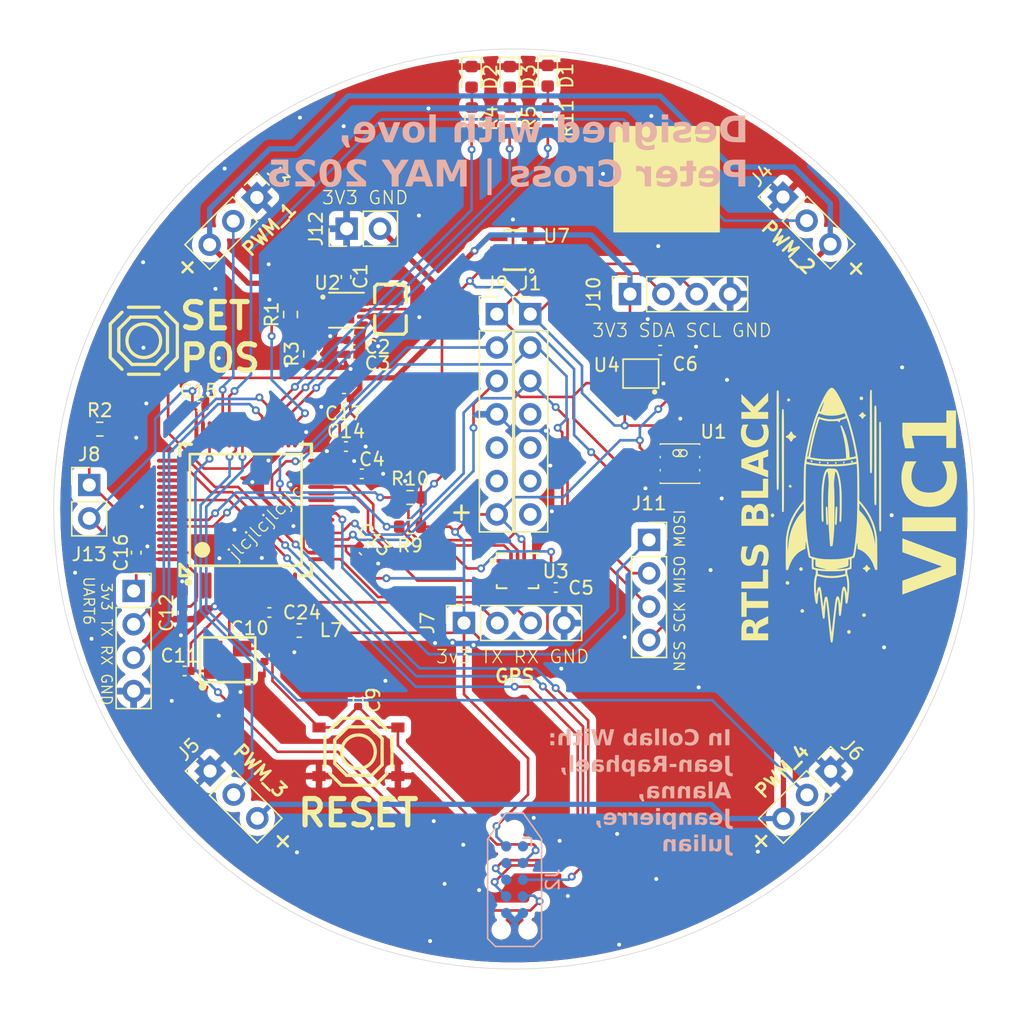
<source format=kicad_pcb>
(kicad_pcb (version 20240108) (generator "pcbnew") (generator_version "8.0")
  (layers (0 "F.Cu" signal) (31 "B.Cu" signal) (34 "B.Paste" user) (35 "F.Paste" user) (36 "B.SilkS" user "B.Silkscreen") (37 "F.SilkS" user "F.Silkscreen") (38 "B.Mask" user) (39 "F.Mask" user) (44 "Edge.Cuts" user))
  (net 0 "")
  (net 1 "+ESC_5V")
  (net 2 "GND")
  (net 3 "+3V3")
  (net 4 "RST")
  (net 5 "XOT")
  (net 6 "XIN")
  (net 7 "VDDA")
  (net 8 "Net-(D1-A)")
  (net 9 "Net-(D2-A)")
  (net 10 "Net-(D3-A)")
  (net 11 "SWDIO")
  (net 12 "SWCLK")
  (net 14 "DEBUG_RX")
  (net 15 "DEBUG_TX")
  (net 17 "PWM_1")
  (net 18 "PWM_2")
  (net 19 "PWM_3")
  (net 20 "PWM_4")
  (net 21 "GPS_RX")
  (net 22 "GPS_TX")
  (net 23 "BOOT0")
  (net 24 "PWR_SEL")
  (net 25 "LED_DEBUG_3")
  (net 26 "LED_DEBUG_2")
  (net 27 "SDA")
  (net 28 "SCL")
  (net 29 "LED_DEBUG_1")
  (net 32 "LSM6_INT1")
  (net 34 "LSM6_INT2")
  (net 35 "VCAP")
  (net 36 "DEBUG_NSS")
  (net 37 "SPI_MISO")
  (net 38 "DEBUG_UART6_TX")
  (net 43 "SPI_SCK")
  (net 44 "DEBUG_UART6_RX")
  (net 47 "SPI_MOSI")
  (net 55 "NSS")
  (net 57 "DEBUG_BTN_1")
  (net 64 "/Sensors/GPIO3")
  (net 65 "+BATT")
  (net 66 "/Sensors/WKUP1")
  (net 67 "/Sensors/GPIO1")
  (net 68 "/Sensors/GPIO4")
  (net 69 "/Sensors/GPIO2")
  (net 70 "Net-(U2-LX2)")
  (net 71 "Net-(U2-LX1)")
  (net 72 "Net-(U2-CFG1)")
  (footprint "Capacitor_SMD:C_0402_1005Metric" (layer "F.Cu") (at 143.669001 81.025 180)
    (property "Reference" "C3")
    (property "Value" "10uF")
  )
  (footprint "Capacitor_SMD:C_0402_1005Metric" (layer "F.Cu") (at 167.009 80.7)
    (property "Reference" "C6")
    (property "Value" "100nF")
  )
  (footprint "Inductor_SMD:L_0603_1608Metric" (layer "F.Cu") (at 139.559 102.025)
    (property "Reference" "L7")
    (property "Value" "10nH")
  )
  (footprint "lib:L0806" (layer "F.Cu") (at 146.494001 77.575 -90)
    (property "Reference" "L1" (hide yes))
    (property "Value" "DFE201612E-2R2M=P2")
  )
  (footprint "Connector_PinHeader_2.54mm:PinHeader_1x03_P2.54mm_Vertical" (layer "F.Cu") (at 132.773555 112.714555 45)
    (property "Reference" "J5")
    (property "Value" "Conn_01x03_Pin")
  )
  (footprint "Connector_PinSocket_2.54mm:PinSocket_1x04_P2.54mm_Vertical" (layer "F.Cu") (at 152.084 101.45 90)
    (property "Reference" "J7")
    (property "Value" "Conn_01x04_Socket")
  )
  (footprint "Resistor_SMD:R_0603_1608Metric" (layer "F.Cu") (at 152.684 63.05 -90)
    (property "Reference" "R4")
    (property "Value" "1K")
  )
  (footprint "Capacitor_SMD:C_0402_1005Metric" (layer "F.Cu") (at 130.834 105.1)
    (property "Reference" "C11")
    (property "Value" "18pF")
  )
  (footprint "LOGO" (layer "F.Cu") (at 180.077923 93.250603 90)
    (property "Reference" "G***" (hide yes))
    (property "Value" "LOGO" (hide yes))
  )
  (footprint "lib:CRYSTAL-SMD_4P-L3.2-W2.5-BL_SIT8008BI" (layer "F.Cu") (at 134.109 104.25)
    (property "Reference" "X1" (hide yes))
    (property "Value" "XL2EL89COI-111YLC-26M")
  )
  (footprint "Capacitor_SMD:C_0402_1005Metric" (layer "F.Cu") (at 143.109 88.025)
    (property "Reference" "C14")
    (property "Value" "100nF")
  )
  (footprint "Capacitor_SMD:C_0402_1005Metric" (layer "F.Cu") (at 144.459 95.925 -45)
    (property "Reference" "C13")
    (property "Value" "100nF")
  )
  (footprint "Connector_PinHeader_2.54mm:PinHeader_1x03_P2.54mm_Vertical" (layer "F.Cu") (at 176.348555 69.039555 45)
    (property "Reference" "J4")
    (property "Value" "Conn_01x03_Pin")
  )
  (footprint "Connector_PinHeader_2.54mm:PinHeader_1x02_P2.54mm_Vertical" (layer "F.Cu") (at 143.159 71.45 90)
    (property "Reference" "J12")
    (property "Value" "Conn_01x02_Pin")
  )
  (footprint "lib:LQFP-64_L10.0-W10.0-P0.50-LS12.0-BL" (layer "F.Cu") (at 135.484 92.85)
    (property "Reference" "U9" (hide yes))
    (property "Value" "STM32F411RET6")
  )
  (footprint "Resistor_SMD:R_0603_1608Metric" (layer "F.Cu") (at 124.384 86.7)
    (property "Reference" "R2")
    (property "Value" "10K")
  )
  (footprint "Connector_PinHeader_2.54mm:PinHeader_1x03_P2.54mm_Vertical" (layer "F.Cu") (at 136.334 69.075 -45)
    (property "Reference" "J3")
    (property "Value" "Conn_01x03_Pin")
  )
  (footprint "Resistor_SMD:R_0603_1608Metric" (layer "F.Cu") (at 140.419001 80.975001 90)
    (property "Reference" "R3")
    (property "Value" "36k5")
  )
  (footprint "LED_SMD:LED_0603_1608Metric" (layer "F.Cu") (at 155.564 59.9 -90)
    (property "Reference" "D3")
    (property "Value" "LED")
  )
  (footprint "Capacitor_SMD:C_0402_1005Metric" (layer "F.Cu") (at 127.159 96.1 90)
    (property "Reference" "C16")
    (property "Value" "100nF")
  )
  (footprint "Connector_PinSocket_2.54mm:PinSocket_1x04_P2.54mm_Vertical" (layer "F.Cu") (at 164.709 76.425 90)
    (property "Reference" "J10")
    (property "Value" "Conn_01x04_Socket")
  )
  (footprint "Resistor_SMD:R_0603_1608Metric" (layer "F.Cu") (at 138.894001 77.975 90)
    (property "Reference" "R1")
    (property "Value" "100k")
  )
  (footprint "Resistor_SMD:R_0603_1608Metric" (layer "F.Cu") (at 158.464 63.062498 -90)
    (property "Reference" "R11")
    (property "Value" "1K")
  )
  (footprint "Capacitor_SMD:C_0402_1005Metric" (layer "F.Cu") (at 130.709 100.675 -90)
    (property "Reference" "C12")
    (property "Value" "100nF")
  )
  (footprint "Capacitor_SMD:C_0402_1005Metric" (layer "F.Cu") (at 144.034 107.325 -90)
    (property "Reference" "C9")
    (property "Value" "100nF")
  )
  (footprint "Resistor_SMD:R_0603_1608Metric" (layer "F.Cu") (at 147.984 94.125 180)
    (property "Reference" "R9")
    (property "Value" "10K")
  )
  (footprint "Connector_PinHeader_2.54mm:PinHeader_1x02_P2.54mm_Vertical" (layer "F.Cu") (at 123.584 90.95)
    (property "Reference" "J8")
    (property "Value" "Conn_01x02_Pin")
  )
  (footprint "Capacitor_SMD:C_0402_1005Metric" (layer "F.Cu") (at 137.284 100.65 180)
    (property "Reference" "C24")
    (property "Value" "100nF")
  )
  (footprint "Capacitor_SMD:C_0402_1005Metric" (layer "F.Cu") (at 143.119001 75.124999 90)
    (property "Reference" "C1")
    (property "Value" "10uF")
  )
  (footprint "LED_SMD:LED_0603_1608Metric" (layer "F.Cu") (at 158.449 59.812498 -90)
    (property "Reference" "D1")
    (property "Value" "LED")
  )
  (footprint "Connector_PinSocket_2.54mm:PinSocket_1x04_P2.54mm_Vertical" (layer "F.Cu") (at 166.159 95.125)
    (property "Reference" "J11")
    (property "Value" "Conn_01x04_Socket")
  )
  (footprint "Connector_PinHeader_2.54mm:PinHeader_1x07_P2.54mm_Vertical" (layer "F.Cu") (at 157.124 77.95)
    (property "Reference" "J1")
    (property "Value" "Conn_01x07_Socket")
  )
  (footprint "Capacitor_SMD:C_0402_1005Metric" (layer "F.Cu") (at 142.959 84.35 180)
    (property "Reference" "C17")
    (property "Value" "1uF")
  )
  (footprint "Resistor_SMD:R_0603_1608Metric" (layer "F.Cu") (at 155.584 63.05 -90)
    (property "Reference" "R5")
    (property "Value" "1K")
  )
  (footprint "Capacitor_SMD:C_0402_1005Metric" (layer "F.Cu") (at 136.909 103.9 -90)
    (property "Reference" "C10")
    (property "Value" "18pF")
  )
  (footprint "lib2:LGA-14_L3.0-W2.5-P0.50-TL" (layer "F.Cu") (at 156.159 97.475)
    (property "Reference" "U3")
    (property "Value" "ICM-42688-P")
  )
  (footprint "lib:SW-SMD_4P-L5.1-W5.1-P3.70-LS6.5-TL_H1.5" (layer "F.Cu") (at 144.059 111.25 180)
    (property "Reference" "SW1" (hide yes))
    (property "Value" "TS-1187A-B-A-B")
  )
  (footprint "Capacitor_SMD:C_0402_1005Metric" (layer "F.Cu") (at 159.059 98.75)
    (property "Reference" "C5")
    (property "Value" "10nF")
  )
  (footprint "lib:SW-SMD_4P-L5.1-W5.1-P3.70-LS6.5-TL_H1.5" (layer "F.Cu") (at 127.734 79.975 -90)
    (property "Reference" "SW2" (hide yes))
    (property "Value" "TS-1187A-B-A-B")
  )
  (footprint "Capacitor_SMD:C_0402_1005Metric" (layer "F.Cu") (at 131.909 84.95)
    (property "Reference" "C15")
    (property "Value" "100nF")
  )
  (footprint "Capacitor_SMD:C_0402_1005Metric" (layer "F.Cu") (at 143.669 79.925 180)
    (property "Reference" "C2")
    (property "Value" "10uF")
  )
  (footprint "Capacitor_SMD:C_0402_1005Metric" (layer "F.Cu") (at 144.309 90.1)
    (property "Reference" "C4")
    (property "Value" "4.7uF")
  )
  (footprint "Connector_PinHeader_2.54mm:PinHeader_1x03_P2.54mm_Vertical" (layer "F.Cu") (at 179.969445 112.739555 -45)
    (property "Reference" "J6")
    (property "Value" "Conn_01x03_Pin")
  )
  (footprint "LED_SMD:LED_0603_1608Metric" (layer "F.Cu") (at 152.659 59.9 -90)
    (property "Reference" "D2")
    (property "Value" "LED")
  )
  (footprint "lib:SOP-6_L3.0-W1.5-P0.95-LS2.5-BR" (layer "F.Cu") (at 155.934 73.0675)
    (property "Reference" "U7")
    (property "Value" "TLV493DA1B6HTSA2")
  )
  (footprint "Connector_PinHeader_2.54mm:PinHeader_1x07_P2.54mm_Vertical" (layer "F.Cu") (at 154.584 77.95)
    (property "Reference" "J9")
    (property "Value" "Conn_01x07_Socket")
  )
  (footprint "lib:WSON-10_L2.5-W2.5-W0.50-TL-EP" (layer "F.Cu") (at 143.144 77.65)
    (property "Reference" "U2")
    (property "Value" "TPS63900DSKR")
  )
  (footprint "Resistor_SMD:R_0603_1608Metric" (layer "F.Cu") (at 147.984 91.9)
    (property "Reference" "R10")
    (property "Value" "10K")
  )
  (footprint "lib2:SENSOR-SMD_XGZP6816D" (layer "F.Cu") (at 165.534 82.475 180)
    (property "Reference" "U4")
    (property "Value" "GZP6816D")
  )
  (footprint "Connector_PinSocket_2.54mm:PinSocket_1x04_P2.54mm_Vertical" (layer "F.Cu") (at 126.959 99.01)
    (property "Reference" "J13")
    (property "Value" "Conn_01x04_Socket")
  )
  (footprint "lib:SENSOR-SMD-6_AHT20" (layer "F.Cu") (at 168.509 89.325)
    (property "Reference" "U1")
    (property "Value" "AHT20-F")
  )
  (footprint "Connector:Tag-Connect_TC2050-IDC-NL_2x05_P1.27mm_Vertical" (layer "B.Cu") (at 155.934 120.985 -90)
    (property "Reference" "J2")
    (property "Value" "~")
  )
  (gr_rect (start 163.494 63.685) (end 171.494 71.685) (stroke (width 0.1)) (fill solid) (layer "F.SilkS"))
  (gr_circle (center 155.884 92.775) (end 190.884 92.775) (stroke (width 0.05)) (fill none) (layer "Edge.Cuts"))
  (gr_text "Designed with love,\nPeter Cross | MAY 2025" (at 173.734 68.575 0) (layer "B.SilkS") (effects (font (size 2 2) (thickness 0.4) (bold yes)) (justify left bottom mirror)))
  (gr_text "In Collab With:\nJean-Raphael,\nAlanna,\nJeanpierre,\nJulian" (at 172.424 119.025 0) (layer "B.SilkS") (effects (font (size 1.2 1.2) (thickness 0.24) (bold yes)) (justify left bottom mirror)))
  (gr_text "3V3 GND" (at 141.209 69.675 0) (layer "F.SilkS") (effects (font (size 1 1) (thickness 0.1)) (justify left bottom)))
  (gr_text "RESET" (at 139.259 117.075 0) (layer "F.SilkS") (effects (font (size 2 2) (thickness 0.4) (bold yes)) (justify left bottom)))
  (gr_text "PWM_4" (at 174.834 115 45) (layer "F.SilkS") (effects (font (size 1 1) (thickness 0.2) (bold yes)) (justify left bottom)))
  (gr_text "+" (at 138.109 119.275 45) (layer "F.SilkS") (effects (font (size 1.4 1.4) (thickness 0.2) (bold yes)) (justify left bottom)))
  (gr_text "PWM_3" (at 134.309 111.25 315) (layer "F.SilkS") (effects (font (size 1 1) (thickness 0.2) (bold yes)) (justify left bottom)))
  (gr_text "3v3 TX RX GND" (at 124.434 98.325 270) (layer "F.SilkS") (effects (font (size 0.8 0.8) (thickness 0.1)) (justify left bottom)))
  (gr_text "jlcjlcjlcjlc" (at 134.754 96.845 45) (layer "F.SilkS") (effects (font (size 1 1) (thickness 0.1)) (justify left bottom)))
  (gr_text "3V3 SDA SCL GND" (at 161.759 79.775 0) (layer "F.SilkS") (effects (font (size 1 1) (thickness 0.1)) (justify left bottom)))
  (gr_text "PWM_2" (at 174.484 71.425 315) (layer "F.SilkS") (effects (font (size 1 1) (thickness 0.2) (bold yes)) (justify left bottom)))
  (gr_text "+" (at 181.709 75.7 45) (layer "F.SilkS") (effects (font (size 1.4 1.4) (thickness 0.2) (bold yes)) (justify left bottom)))
  (gr_text "3v3 TX RX GND" (at 149.884 104.6 0) (layer "F.SilkS") (effects (font (size 1 1) (thickness 0.1)) (justify left bottom)))
  (gr_text "+" (at 130.859 75.6 45) (layer "F.SilkS") (effects (font (size 1.4 1.4) (thickness 0.2) (bold yes)) (justify left bottom)))
  (gr_text "+" (at 152.609 94.05 90) (layer "F.SilkS") (effects (font (size 1.4 1.4) (thickness 0.2) (bold yes)) (justify left bottom)))
  (gr_text "GPS" (at 154.334 106.075 0) (layer "F.SilkS") (effects (font (size 1 1) (thickness 0.2) (bold yes)) (justify left bottom)))
  (gr_text "NSS SCK MISO MOSI" (at 168.959 105.225 90) (layer "F.SilkS") (effects (font (size 0.8 0.8) (thickness 0.1)) (justify left bottom)))
  (gr_text "+" (at 174.484 119.25 45) (layer "F.SilkS") (effects (font (size 1.4 1.4) (thickness 0.2) (bold yes)) (justify left bottom)))
  (gr_text "PWM_1" (at 135.834 73.775 45) (layer "F.SilkS") (effects (font (size 1 1) (thickness 0.2) (bold yes)) (justify left bottom)))
  (gr_text "SET\nPOS" (at 130.274 82.475 0) (layer "F.SilkS") (effects (font (size 2 2) (thickness 0.4) (bold yes)) (justify left bottom)))
  (gr_text "UART6" (at 123.084 97.85 -90) (layer "F.SilkS") (effects (font (size 0.8 0.8) (thickness 0.1)) (justify left bottom)))
  (gr_text "RTLS BLACK" (at 175.559 103.025 90) (layer "F.SilkS") (effects (font (size 2 2) (thickness 0.4) (bold yes)) (justify left bottom)))
  (gr_text "VIC1" (at 190.184 99.315 90) (layer "F.SilkS") (effects (font (size 4 4) (thickness 0.8) (bold yes)) (justify left bottom)))
  (segment (start 135.679795 75.604999) (end 143.119001 75.604999) (width 0.4) (layer "F.Cu") (net 1))
  (segment (start 176.377343 76.194971) (end 179.940657 72.631657) (width 0.4) (layer "F.Cu") (net 1))
  (segment (start 132.741898 72.667102) (end 135.679795 75.604999) (width 0.4) (layer "F.Cu") (net 1))
  (segment (start 143.429 75.604999) (end 143.119001 75.604999) (width 0.4) (layer "F.Cu") (net 1))
  (segment (start 176.377343 116.331657) (end 176.377343 76.194971) (width 0.4) (layer "F.Cu") (net 1))
  (segment (start 172.409 66.75) (end 167.009 61.35) (width 0.4) (layer "B.Cu") (net 1))
  (segment (start 167.009 61.35) (end 143.259 61.35) (width 0.4) (layer "B.Cu") (net 1))
  (segment (start 137.309 65.375) (end 132.741898 69.942102) (width 0.4) (layer "B.Cu") (net 1))
  (segment (start 139.234 65.375) (end 137.309 65.375) (width 0.4) (layer "B.Cu") (net 1))
  (segment (start 143.259 61.35) (end 139.234 65.375) (width 0.4) (layer "B.Cu") (net 1))
  (segment (start 170.884 115.25) (end 171.965657 116.331657) (width 0.4) (layer "B.Cu") (net 1))
  (segment (start 137.422314 115.25) (end 170.884 115.25) (width 0.4) (layer "B.Cu") (net 1))
  (segment (start 136.365657 116.306657) (end 137.422314 115.25) (width 0.4) (layer "B.Cu") (net 1))
  (segment (start 179.940657 72.631657) (end 179.940657 69.531657) (width 0.4) (layer "B.Cu") (net 1))
  (segment (start 132.741898 69.942102) (end 132.741898 72.667102) (width 0.4) (layer "B.Cu") (net 1))
  (segment (start 171.965657 116.331657) (end 176.377343 116.331657) (width 0.4) (layer "B.Cu") (net 1))
  (segment (start 179.940657 69.531657) (end 177.159 66.75) (width 0.4) (layer "B.Cu") (net 1))
  (segment (start 177.159 66.75) (end 172.409 66.75) (width 0.4) (layer "B.Cu") (net 1))
  (segment (start 136.804 100.65) (end 137.234 100.22) (width 0.2) (layer "F.Cu") (net 2))
  (segment (start 128.484 96.1) (end 129.734 96.1) (width 0.2) (layer "F.Cu") (net 2))
  (segment (start 156.159 97.905) (end 156.159 98.485) (width 0.2) (layer "F.Cu") (net 2))
  (segment (start 137.234 98.6) (end 137.234 96.9) (width 0.2) (layer "F.Cu") (net 2))
  (segment (start 144.933999 77.575) (end 144.858999 77.65) (width 0.2) (layer "F.Cu") (net 2))
  (segment (start 135.209 105.1) (end 135.109 105.1) (width 0.2) (layer "F.Cu") (net 2))
  (segment (start 165.854 82.344999) (end 165.854 81.745) (width 0.2) (layer "F.Cu") (net 2))
  (segment (start 154.899 97.225) (end 155.479 97.225) (width 0.2) (layer "F.Cu") (net 2))
  (segment (start 139.877566 95.729962) (end 139.884 95.723529) (width 0.2) (layer "F.Cu") (net 2))
  (segment (start 155.9065 97.6525) (end 156.159 97.905) (width 0.2) (layer "F.Cu") (net 2))
  (segment (start 166.359 82.45) (end 165.959001 82.45) (width 0.2) (layer "F.Cu") (net 2))
  (segment (start 155.809 72.8425) (end 155.809 70.75) (width 0.2) (layer "F.Cu") (net 2))
  (segment (start 157.419 97.225) (end 157.419 96.724999) (width 0.2) (layer "F.Cu") (net 2))
  (segment (start 136.909 104.38) (end 136.909 105.5) (width 0.2) (layer "F.Cu") (net 2))
  (segment (start 133.409 103.4) (end 133.009 103.4) (width 0.2) (layer "F.Cu") (net 2))
  (segment (start 141.984 79.55) (end 141.909 79.625) (width 0.2) (layer "F.Cu") (net 2))
  (segment (start 132.234 85.105) (end 132.389 84.95) (width 0.2) (layer "F.Cu") (net 2))
  (segment (start 148.684 78.185) (end 148.074 77.575) (width 0.2) (layer "F.Cu") (net 2))
  (segment (start 141.234 96.1) (end 140.247604 96.1) (width 0.2) (layer "F.Cu") (net 2))
  (segment (start 132.234 87.1) (end 132.234 85.105) (width 0.2) (layer "F.Cu") (net 2))
  (segment (start 142.499686 89.6) (end 143.589 88.510686) (width 0.2) (layer "F.Cu") (net 2))
  (segment (start 144.858999 77.65) (end 144.304 77.65) (width 0.2) (layer "F.Cu") (net 2))
  (segment (start 136.909 105.5) (end 136.684 105.725) (width 0.2) (layer "F.Cu") (net 2))
  (segment (start 166.504001 83.205) (end 166.504001 82.595001) (width 0.2) (layer "F.Cu") (net 2))
  (segment (start 128.009 95.625) (end 128.484 96.1) (width 0.2) (layer "F.Cu") (net 2))
  (segment (start 154.899 97.725) (end 154.899 96.724999) (width 0.2) (layer "F.Cu") (net 2))
  (segment (start 139.884 95.723529) (end 139.884 94.825) (width 0.2) (layer "F.Cu") (net 2))
  (segment (start 154.734 73.0675) (end 155.584 73.0675) (width 0.2) (layer "F.Cu") (net 2))
  (segment (start 140.247604 96.1) (end 139.877566 95.729962) (width 0.2) (layer "F.Cu") (net 2))
  (segment (start 148.074 77.575) (end 144.933999 77.575) (width 0.2) (layer "F.Cu") (net 2))
  (segment (start 156.159 98.485) (end 156.659 98.485) (width 0.2) (layer "F.Cu") (net 2))
  (segment (start 139.884 94.825) (end 139.484 94.425) (width 0.2) (layer "F.Cu") (net 2))
  (segment (start 132.609 84.73) (end 132.389 84.95) (width 0.2) (layer "F.Cu") (net 2))
  (segment (start 143.589 88.510686) (end 143.589 88.025) (width 0.2) (layer "F.Cu") (net 2))
  (segment (start 166.504001 82.595001) (end 166.359 82.45) (width 0.2) (layer "F.Cu") (net 2))
  (segment (start 155.479 97.225) (end 155.9065 97.6525) (width 0.2) (layer "F.Cu") (net 2))
  (segment (start 165.959001 82.45) (end 165.854 82.344999) (width 0.2) (layer "F.Cu") (net 2))
  (segment (start 141.234 89.6) (end 142.499686 89.6) (width 0.2) (layer "F.Cu") (net 2))
  (segment (start 155.584 73.0675) (end 155.809 72.8425) (width 0.2) (layer "F.Cu") (net 2))
  (segment (start 135.109 105.1) (end 133.409 103.4) (width 0.2) (layer "F.Cu") (net 2))
  (segment (start 141.984 78.65) (end 141.984 79.55) (width 0.2) (layer "F.Cu") (net 2))
  (segment (start 156.334 97.225) (end 157.419 97.225) (width 0.2) (layer "F.Cu") (net 2))
  (segment (start 132.609 83.975) (end 132.609 84.73) (width 0.2) (layer "F.Cu") (net 2))
  (segment (start 155.9065 97.6525) (end 156.334 97.225) (width 0.2) (layer "F.Cu") (net 2))
  (segment (start 137.234 100.22) (end 137.234 98.6) (width 0.2) (layer "F.Cu") (net 2))
  (via (at 149.509 125.65) (size 0.6) (drill 0.3) (layers "F.Cu" "B.Cu") (net 2))
  (via (at 143.459 82.125) (size 0.6) (drill 0.3) (layers "F.Cu" "B.Cu") (net 2))
  (via (at 137.214 89.085) (size 0.6) (drill 0.3) (layers "F.Cu" "B.Cu") (net 2))
  (via (at 149.784 116.525) (size 0.6) (drill 0.3) (layers "F.Cu" "B.Cu") (net 2))
  (via (at 171.684 91.975) (size 0.6) (drill 0.3) (layers "F.Cu" "B.Cu") (net 2))
  (via (at 133.484 96.525) (size 0.6) (drill 0.3) (layers "F.Cu" "B.Cu") (net 2))
  (via (at 157.384 116.275) (size 0.6) (drill 0.3) (layers "F.Cu" "B.Cu") (net 2))
  (via (at 133.884 66.875) (size 0.6) (drill 0.3) (layers "F.Cu" "B.Cu") (net 2))
  (via (at 142.934 63.65) (size 0.6) (drill 0.3) (layers "F.Cu" "B.Cu") (net 2))
  (via (at 127.159 87.35) (size 0.6) (drill 0.3) (layers "F.Cu" "B.Cu") (net 2))
  (via (at 145.564 80.395) (size 0.6) (drill 0.3) (layers "F.Cu" "B.Cu") (net 2))
  (via (at 139.609 63) (size 0.6) (drill 0.3) (layers "F.Cu" "B.Cu") (net 2))
  (via (at 184.034 103.3) (size 0.6) (drill 0.3) (layers "F.Cu" "B.Cu") (net 2))
  (via (at 152.034 118.325) (size 0.6) (drill 0.3) (layers "F.Cu" "B.Cu") (net 2))
  (via (at 149.384 62.3) (size 0.6) (drill 0.3) (layers "F.Cu" "B.Cu") (net 2))
  (via (at 146.109 105.85) (size 0.6) (drill 0.3) (layers "F.Cu" "B.Cu") (net 2))
  (via (at 127.709 80.5) (size 0.6) (drill 0.3) (layers "F.Cu" "B.Cu") (net 2))
  (via (at 143.734 89.125) (size 0.6) (drill 0.3) (layers "F.Cu" "B.Cu") (net 2))
  (via (at 166.059 78.325) (size 0.6) (drill 0.3) (layers "F.Cu" "B.Cu") (net 2))
  (via (at 136.709 96.5) (size 0.6) (drill 0.3) (layers "F.Cu" "B.Cu") (net 2))
  (via (at 172.084 82.95) (size 0.6) (drill 0.3) (layers "F.Cu" "B.Cu") (net 2))
  (via (at 150.609 121.3) (size 0.6) (drill 0.3) (layers "F.Cu" "B.Cu") (net 2))
  (via (at 135.084 106.7) (size 0.6) (drill 0.3) (layers "F.Cu" "B.Cu") (net 2))
  (via (at 166.709 120.925) (size 0.6) (drill 0.3) (layers "F.Cu" "B.Cu") (net 2))
  (via (at 170.834 97.425) (size 0.6) (drill 0.3) (layers "F.Cu" "B.Cu") (net 2))
  (via (at 129.859 107.375) (size 0.6) (drill 0.3) (layers "F.Cu" "B.Cu") (net 2))
  (via (at 127.584 92.6) (size 0.6) (drill 0.3) (layers "F.Cu" "B.Cu") (net 2))
  (via (at 141.909 79.625) (size 0.6) (drill 0.3) (layers "F.Cu" "B.Cu") (net 2))
  (via (at 153.234 121.775) (size 0.6) (drill 0.3) (layers "F.Cu" "B.Cu") (net 2))
  (via (at 148.659 70.45) (size 0.6) (drill 0.3) (layers "F.Cu" "B.Cu") (net 2))
  (via (at 174.434 118.85) (size 0.6) (drill 0.3) (layers "F.Cu" "B.Cu") (net 2))
  (via (at 169.734 80.425) (size 0.6) (drill 0.3) (layers "F.Cu" "B.Cu") (net 2))
  (via (at 132.609 83.975) (size 0.6) (drill 0.3) (layers "F.Cu" "B.Cu") (net 2))
  (via (at 139.384 118.9) (size 0.6) (drill 0.3) (layers "F.Cu" "B.Cu") (net 2))
  (via (at 127.684 74) (size 0.6) (drill 0.3) (layers "F.Cu" "B.Cu") (net 2))
  (via (at 151.209 102.95) (size 0.6) (drill 0.3) (layers "F.Cu" "B.Cu") (net 2))
  (via (at 163.734 117.5) (size 0.6) (drill 0.3) (layers "F.Cu" "B.Cu") (net 2))
  (via (at 133.434 108.5) (size 0.6) (drill 0.3) (layers "F.Cu" "B.Cu") (net 2))
  (via (at 135.984 90.725) (size 0.6) (drill 0.3) (layers "F.Cu" "B.Cu") (net 2))
  (via (at 147.609 90.65) (size 0.6) (drill 0.3) (layers "F.Cu" "B.Cu") (net 2))
  (via (at 165.884 91.2) (size 0.6) (drill 0.3) (layers "F.Cu" "B.Cu") (net 2))
  (via (at 138.584 81.85) (size 0.6) (drill 0.3) (layers "F.Cu" "B.Cu") (net 2))
  (via (at 163.884 125.925) (size 0.6) (drill 0.3) (layers "F.Cu" "B.Cu") (net 2))
  (via (at 127.924 84.745) (size 0.6) (drill 0.3) (layers "F.Cu" "B.Cu") (net 2))
  (via (at 166.859 72.775) (size 0.6) (drill 0.3) (layers "F.Cu" "B.Cu") (net 2))
  (via (at 134.634 94.35) (size 0.6) (drill 0.3) (layers "F.Cu" "B.Cu") (net 2))
  (via (at 139.184 103.675) (size 0.6) (drill 0.3) (layers "F.Cu" "B.Cu") (net 2))
  (via (at 141.234 85) (size 0.6) (drill 0.3) (layers "F.Cu" "B.Cu") (net 2))
  (via (at 128.009 95.625) (size 0.6) (drill 0.3) (layers "F.Cu" "B.Cu") (net 2))
  (via (at 169.934 106.35) (size 0.6) (drill 0.3) (layers "F.Cu" "B.Cu") (net 2))
  (via (at 140.084 86.925) (size 0.6) (drill 0.3) (layers "F.Cu" "B.Cu") (net 2))
  (via (at 159.359 118.025) (size 0.6) (drill 0.3) (layers "F.Cu" "B.Cu") (net 2))
  (via (at 130.554 102.385) (size 0.6) (drill 0.3) (layers "F.Cu" "B.Cu") (net 2))
  (via (at 148.684 78.185) (size 0.6) (drill 0.3) (layers "F.Cu" "B.Cu") (net 2))
  (via (at 139.109 94.075) (size 0.6) (drill 0.3) (layers "F.Cu" "B.Cu") (net 2))
  (via (at 166.334 62.875) (size 0.6) (drill 0.3) (layers "F.Cu" "B.Cu") (net 2))
  (via (at 145.934 90.1) (size 0.6) (drill 0.3) (layers "F.Cu" "B.Cu") (net 2))
  (via (at 122.509 97.625) (size 0.6) (drill 0.3) (layers "F.Cu" "B.Cu") (net 2))
  (via (at 130.654 98.285) (size 0.6) (drill 0.3) (layers "F.Cu" "B.Cu") (net 2))
  (via (at 137.234 74.15) (size 0.6) (drill 0.3) (layers "F.Cu" "B.Cu") (net 2))
  (via (at 185.409 82) (size 0.6) (drill 0.3) (layers "F.Cu" "B.Cu") (net 2))
  (via (at 155.809 70.75) (size 0.6) (drill 0.3) (layers "F.Cu" "B.Cu") (net 2))
  (via (at 133.134 100.185786) (size 0.6) (drill 0.3) (layers "F.Cu" "B.Cu") (net 2))
  (via (at 145.559 96.925) (size 0.6) (drill 0.3) (layers "F.Cu" "B.Cu") (net 2))
  (via (at 137.284 76.85) (size 0.6) (drill 0.3) (layers "F.Cu" "B.Cu") (net 2))
  (via (at 138.884 90.925) (size 0.6) (drill 0.3) (layers "F.Cu" "B.Cu") (net 2))
  (via (at 168.534 85.9) (size 0.6) (drill 0.3) (layers "F.Cu" "B.Cu") (net 2))
  (via (at 159.484 104.925) (size 0.6) (drill 0.3) (layers "F.Cu" "B.Cu") (net 2))
  (via (at 144.609 88.025) (size 0.6) (drill 0.3) (layers "F.Cu" "B.Cu") (net 2))
  (via (at 162.659 67.275) (size 0.6) (drill 0.3) (layers "F.Cu" "B.Cu") (net 2))
  (via (at 158.309 86.825) (size 0.6) (drill 0.3) (layers "F.Cu" "B.Cu") (net 2))
  (via (at 145.084 117.075) (size 0.6) (drill 0.3) (layers "F.Cu" "B.Cu") (net 2))
  (via (at 149.884 102.975) (size 0.6) (drill 0.3) (layers "F.Cu" "B.Cu") (net 2))
  (via (at 141.659 88.375) (size 0.6) (drill 0.3) (layers "F.Cu" "B.Cu") (net 2))
  (via (at 133.184 76.025) (size 0.6) (drill 0.3) (layers "F.Cu" "B.Cu") (net 2))
  (via (at 158.764 92.955) (size 0.6) (drill 0.3) (layers "F.Cu" "B.Cu") (net 2))
  (via (at 158.654 89.475) (size 0.6) (drill 0.3) (layers "F.Cu" "B.Cu") (net 2))
  (via (at 152.809 103.125) (size 0.6) (drill 0.3) (layers "F.Cu" "B.Cu") (net 2))
  (via (at 133.434 81.295) (size 0.6) (drill 0.3) (layers "F.Cu" "B.Cu") (net 2))
  (via (at 167.259 83.225) (size 0.6) (drill 0.3) (layers "F.Cu" "B.Cu") (net 2))
  (via (at 184.609 93.25) (size 0.6) (drill 0.3) (layers "F.Cu" "B.Cu") (net 2))
  (via (at 164.309 102.525) (size 0.6) (drill 0.3) (layers "F.Cu" "B.Cu") (net 2))
  (via (at 123.759 102.65) (size 0.6) (drill 0.3) (layers "F.Cu" "B.Cu") (net 2))
  (via (at 159.984 122.225) (size 0.6) (drill 0.3) (layers "F.Cu" "B.Cu") (net 2))
  (segment (start 155.839 86.825) (end 158.309 86.825) (width 0.2) (layer "B.Cu") (net 2))
  (segment (start 154.584 85.57) (end 155.839 86.825) (width 0.2) (layer "B.Cu") (net 2))
  (segment (start 143.439 84.35) (end 144.149001 83.639999) (width 0.2) (layer "F.Cu") (net 3))
  (segment (start 131.429 84.95) (end 131.429 83.805) (width 0.2) (layer "F.Cu") (net 3))
  (segment (start 144.149001 83.639999) (end 144.149001 82.8) (width 0.2) (layer "F.Cu") (net 3))
  (segment (start 127.179 96.6) (end 129.734 96.6) (width 0.2) (layer "F.Cu") (net 3))
  (segment (start 148.809 90.815) (end 143.439 85.445) (width 0.2) (layer "F.Cu") (net 3))
  (segment (start 143.439 84.35) (end 143.439 85.445) (width 0.2) (layer "F.Cu") (net 3))
  (segment (start 155.659 99.05) (end 156.234 99.625) (width 0.2) (layer "F.Cu") (net 3))
  (segment (start 141.234 89.1) (end 142.434 89.1) (width 0.2) (layer "F.Cu") (net 3))
  (segment (start 166.879 81.745) (end 166.504001 81.745) (width 0.2) (layer "F.Cu") (net 3))
  (segment (start 127.159 98.81) (end 126.959 99.01) (width 0.2) (layer "F.Cu") (net 3))
  (segment (start 143.109 95.6) (end 144.079 95.6) (width 0.2) (layer "F.Cu") (net 3))
  (segment (start 130.709 100.195) (end 131.289 100.195) (width 0.2) (layer "F.Cu") (net 3))
  (segment (start 166.859 85.175) (end 168.184 83.85) (width 0.2) (layer "F.Cu") (net 3))
  (segment (start 142.629 86.255) (end 142.629 88.025) (width 0.2) (layer "F.Cu") (net 3))
  (segment (start 144.159 81.034999) (end 144.159 83.63) (width 0.4) (layer "F.Cu") (net 3))
  (segment (start 148.809 91.9) (end 148.809 94.125) (width 0.2) (layer "F.Cu") (net 3))
  (segment (start 143.109 95.975) (end 144.209 97.075) (width 0.2) (layer "F.Cu") (net 3))
  (segment (start 151.009 94.125) (end 148.809 94.125) (width 0.2) (layer "F.Cu") (net 3))
  (segment (start 145.184 98.05) (end 146.184 98.05) (width 0.2) (layer "F.Cu") (net 3))
  (segment (start 144.209 97.075) (end 145.184 98.05) (width 0.2) (layer "F.Cu") (net 3))
  (segment (start 151.409 94.525) (end 152.744 93.19) (width 0.2) (layer "F.Cu") (net 3))
  (segment (start 156.959 111.75) (end 152.084 106.875) (width 0.2) (layer "F.Cu") (net 3))
  (segment (start 158.434 98.605) (end 158.434 99.625) (width 0.2) (layer "F.Cu") (net 3))
  (segment (start 148.809 91.9) (end 148.809 90.815) (width 0.2) (layer "F.Cu") (net 3))
  (segment (start 150.12525 75.87625) (end 145.699 71.45) (width 0.4) (layer "F.Cu") (net 3))
  (segment (start 123.584 93.49) (end 126.674 96.58) (width 0.2) (layer "F.Cu") (net 3))
  (segment (start 131.734 87.1) (end 131.734 85.255) (width 0.2) (layer "F.Cu") (net 3))
  (segment (start 140.5215 102.2) (end 151.334 102.2) (width 0.2) (layer "F.Cu") (net 3))
  (segment (start 164.709 78.825) (end 166.504001 80.620001) (width 0.2) (layer "F.Cu") (net 3))
  (segment (start 156.659 95.265) (end 156.659 96.465) (width 0.2) (layer "F.Cu") (net 3))
  (segment (start 132.434 82.8) (end 144.149001 82.8) (width 0.2) (layer "F.Cu") (net 3))
  (segment (start 144.149001 82.8) (end 146.859 82.8) (width 0.4) (layer "F.Cu") (net 3))
  (segment (start 149.784 79.875) (end 149.784 79.775) (width 0.4) (layer "F.Cu") (net 3))
  (segment (start 166.684 89.325) (end 165.459 88.1) (width 0.2) (layer "F.Cu") (net 3))
  (segment (start 151.409 94.525) (end 151.009 94.125) (width 0.2) (layer "F.Cu") (net 3))
  (segment (start 152.88525 73.12625) (end 153.894 72.1175) (width 0.4) (layer "F.Cu") (net 3))
  (segment (start 126.674 96.58) (end 127.159 96.58) (width 0.2) (layer "F.Cu") (net 3))
  (segment (start 127.159 96.58) (end 127.179 96.6) (width 0.2) (layer "F.Cu") (net 3))
  (segment (start 156.959 114.5) (end 156.959 111.75) (width 0.2) (layer "F.Cu") (net 3))
  (segment (start 158.434 99.625) (end 158.434 102.5) (width 0.2) (layer "F.Cu") (net 3))
  (segment (start 152.744 93.19) (end 154.584 93.19) (width 0.2) (layer "F.Cu") (net 3))
  (segment (start 144.149001 81.025) (end 144.159 81.034999) (width 0.4) (layer "F.Cu") (net 3))
  (segment (start 156.234 99.625) (end 158.434 99.625) (width 0.2) (layer "F.Cu") (net 3))
  (segment (start 144.079 95.6) (end 144.109 95.57) (width 0.2) (layer "F.Cu") (net 3))
  (segment (start 131.434 83.8) (end 132.434 82.8) (width 0.2) (layer "F.Cu") (net 3))
  (segment (start 127.159 96.58) (end 127.159 98.81) (width 0.2) (layer "F.Cu") (net 3))
  (segment (start 158.434 102.5) (end 158.009 102.925) (width 0.2) (layer "F.Cu") (net 3))
  (segment (start 168.184 83.05) (end 166.879 81.745) (width 0.2) (layer "F.Cu") (net 3))
  (segment (start 130.584 96.6) (end 129.734 96.6) (width 0.2) (layer "F.Cu") (net 3))
  (segment (start 142.434 89.1) (end 142.629 88.905) (width 0.2) (layer "F.Cu") (net 3))
  (segment (start 153.894 72.1175) (end 154.744 72.1175) (width 0.4) (layer "F.Cu") (net 3))
  (segment (start 166.504001 80.620001) (end 166.504001 81.745) (width 0.2) (layer "F.Cu") (net 3))
  (segment (start 155.659 98.485) (end 155.659 99.05) (width 0.2) (layer "F.Cu") (net 3))
  (segment (start 153.559 102.925) (end 152.084 101.45) (width 0.2) (layer "F.Cu") (net 3))
  (segment (start 146.859 82.8) (end 149.784 79.875) (width 0.4) (layer "F.Cu") (net 3))
  (segment (start 149.784 76.2275) (end 150.13525 75.87625) (width 0.4) (layer "F.Cu") (net 3))
  (segment (start 141.234 95.6) (end 143.109 95.6) (width 0.2) (layer "F.Cu") (net 3))
  (segment (start 157.419 98.225001) (end 158.054001 98.225001) (width 0.2) (layer "F.Cu") (net 3))
  (segment (start 131.734 97.75) (end 130.584 96.6) (width 0.2) (layer "F.Cu") (net 3))
  (segment (start 143.109 95.6) (end 143.109 95.975) (width 0.2) (layer "F.Cu") (net 3))
  (segment (start 165.459 88.1) (end 165.459 87.55) (width 0.2) (layer "F.Cu") (net 3))
  (segment (start 167.309 89.325) (end 166.684 89.325) (width 0.2) (layer "F.Cu") (net 3))
  (segment (start 142.629 88.905) (end 142.629 88.025) (width 0.2) (layer "F.Cu") (net 3))
  (segment (start 140.3465 102.025) (end 140.5215 102.2) (width 0.2) (layer "F.Cu") (net 3))
  (segment (start 158.009 102.925) (end 153.559 102.925) (width 0.2) (layer "F.Cu") (net 3))
  (segment (start 131.734 98.6) (end 131.734 97.75) (width 0.2) (layer "F.Cu") (net 3))
  (segment (start 131.734 85.255) (end 131.429 84.95) (width 0.2) (layer "F.Cu") (net 3))
  (segment (start 154.559 116.9) (end 156.959 114.5) (width 0.2) (layer "F.Cu") (net 3))
  (segment (start 149.784 79.775) (end 149.784 76.2275) (width 0.4) (layer "F.Cu") (net 3))
  (segment (start 144.149001 82.8) (end 144.149001 81.025) (width 0.2) (layer "F.Cu") (net 3))
  (segment (start 164.709 76.425) (end 164.709 78.825) (width 0.2) (layer "F.Cu") (net 3))
  (segment (start 156.459 95.065) (end 156.659 95.265) (width 0.2) (layer "F.Cu") (net 3))
  (segment (start 150.13525 75.87625) (end 150.12525 75.87625) (width 0.4) (layer "F.Cu") (net 3))
  (segment (start 144.159 83.63) (end 143.439 84.35) (width 0.4) (layer "F.Cu") (net 3))
  (segment (start 168.184 83.85) (end 168.184 83.05) (width 0.2) (layer "F.Cu") (net 3))
  (segment (start 158.054001 98.225001) (end 158.434 98.605) (width 0.2) (layer "F.Cu") (net 3))
  (segment (start 131.429 83.805) (end 131.434 83.8) (width 0.2) (layer "F.Cu") (net 3))
  (segment (start 152.084 106.875) (end 152.084 101.45) (width 0.2) (layer "F.Cu") (net 3))
  (segment (start 131.289 100.195) (end 131.734 99.75) (width 0.2) (layer "F.Cu") (net 3))
  (segment (start 131.734 99.75) (end 131.734 98.6) (width 0.2) (layer "F.Cu") (net 3))
  (segment (start 151.334 102.2) (end 152.084 101.45) (width 0.2) (layer "F.Cu") (net 3))
  (segment (start 150.13525 75.87625) (end 152.88525 73.12625) (width 0.4) (layer "F.Cu") (net 3))
  (segment (start 143.439 85.445) (end 142.629 86.255) (width 0.2) (layer "F.Cu") (net 3))
  (via (at 165.459 87.55) (size 0.6) (drill 0.3) (layers "F.Cu" "B.Cu") (net 3))
  (via (at 131.434 83.8) (size 0.6) (drill 0.3) (layers "F.Cu" "B.Cu") (net 3))
  (via (at 156.459 95.065) (size 0.6) (drill 0.3) (layers "F.Cu" "B.Cu") (net 3))
  (via (at 166.859 85.175) (size 0.6) (drill 0.3) (layers "F.Cu" "B.Cu") (net 3))
  (via (at 152.88525 73.12625) (size 0.6) (drill 0.3) (layers "F.Cu" "B.Cu") (net 3))
  (via (at 154.559 116.9) (size 0.6) (drill 0.3) (layers "F.Cu" "B.Cu") (net 3))
  (via (at 146.184 98.05) (size 0.6) (drill 0.3) (layers "F.Cu" "B.Cu") (net 3))
  (via (at 151.409 94.525) (size 0.6) (drill 0.3) (layers "F.Cu" "B.Cu") (net 3))
  (segment (start 164.709 76.425) (end 164.709 74.875) (width 0.4) (layer "B.Cu") (net 3))
  (segment (start 156.459 95.065) (end 154.584 93.19) (width 0.2) (layer "B.Cu") (net 3))
  (segment (start 159.634 91.875) (end 163.959 87.55) (width 0.2) (layer "B.Cu") (net 3))
  (segment (start 154.0865 71.925) (end 152.88525 73.12625) (width 0.4) (layer "B.Cu") (net 3))
  (segment (start 161.759 71.925) (end 154.0865 71.925) (width 0.4) (layer "B.Cu") (net 3))
  (segment (start 165.459 86.575) (end 166.859 85.175) (width 0.2) (layer "B.Cu") (net 3))
  (segment (start 152.084 95.2) (end 152.084 98.05) (width 0.2) (layer "B.Cu") (net 3))
  (segment (start 146.184 98.05) (end 152.084 98.05) (width 0.2) (layer "B.Cu") (net 3))
  (segment (start 152.084 101.45) (end 152.084 98.05) (width 0.2) (layer "B.Cu") (net 3))
  (segment (start 154.559 116.9) (end 154.559 117.705) (width 0.2) (layer "B.Cu") (net 3))
  (segment (start 130.709 83.8) (end 128.609 85.9) (width 0.2) (layer "B.Cu") (net 3))
  (segment (start 155.899 91.875) (end 159.634 91.875) (width 0.2) (layer "B.Cu") (net 3))
  (segment (start 165.459 87.55) (end 165.459 86.575) (width 0.2) (layer "B.Cu") (net 3))
  (segment (start 164.709 74.875) (end 161.759 71.925) (width 0.4) (layer "B.Cu") (net 3))
  (segment (start 154.559 117.705) (end 155.299 118.445) (width 0.2) (layer "B.Cu") (net 3))
  (segment (start 128.609 85.9) (end 128.609 88.465) (width 0.2) (layer "B.Cu") (net 3))
  (segment (start 131.434 83.8) (end 130.709 83.8) (width 0.2) (layer "B.Cu") (net 3))
  (segment (start 128.609 88.465) (end 123.584 93.49) (width 0.2) (layer "B.Cu") (net 3))
  (segment (start 163.959 87.55) (end 165.459 87.55) (width 0.2) (layer "B.Cu") (net 3))
  (segment (start 154.584 93.19) (end 155.899 91.875) (width 0.2) (layer "B.Cu") (net 3))
  (segment (start 151.409 94.525) (end 152.084 95.2) (width 0.2) (layer "B.Cu") (net 3))
  (segment (start 157.384 118.3) (end 154.584 118.3) (width 0.2) (layer "F.Cu") (net 4))
  (segment (start 137.519 102.585) (end 137.519 105.86) (width 0.2) (layer "F.Cu") (net 4))
  (segment (start 142.439 109.4) (end 144.034 107.805) (width 0.2) (layer "F.Cu") (net 4))
  (segment (start 134.734 98.6) (end 134.734 99.8) (width 0.2) (layer "F.Cu") (net 4))
  (segment (start 147.059 109.4) (end 145.629 109.4) (width 0.2) (layer "F.Cu") (net 4))
  (segment (start 137.519 105.86) (end 141.059 109.4) (width 0.2) (layer "F.Cu") (net 4))
  (segment (start 141.059 109.4) (end 142.439 109.4) (width 0.2) (layer "F.Cu") (net 4))
  (segment (start 157.534 118.75) (end 157.534 118.45) (width 0.2) (layer "F.Cu") (net 4))
  (segment (start 154.584 118.3) (end 147.059 110.775) (width 0.2) (layer "F.Cu") (net 4))
  (segment (start 134.734 99.8) (end 137.519 102.585) (width 0.2) (layer "F.Cu") (net 4))
  (segment (start 147.059 110.775) (end 147.059 109.4) (width 0.2) (layer "F.Cu") (net 4))
  (segment (start 145.629 109.4) (end 144.034 107.805) (width 0.2) (layer "F.Cu") (net 4))
  (segment (start 157.534 118.45) (end 157.384 118.3) (width 0.2) (layer "F.Cu") (net 4))
  (via (at 157.534 118.75) (size 0.6) (drill 0.3) (layers "F.Cu" "B.Cu") (net 4))
  (segment (start 157.534 118.75) (end 156.569 119.715) (width 0.2) (layer "B.Cu") (net 4))
  (segment (start 134.234 98.6) (end 134.234 102.425) (width 0.2) (layer "F.Cu") (net 5))
  (segment (start 134.234 102.425) (end 135.209 103.4) (width 0.2) (layer "F.Cu") (net 5))
  (segment (start 136.889 103.4) (end 136.909 103.42) (width 0.2) (layer "F.Cu") (net 5))
  (segment (start 135.209 103.4) (end 136.889 103.4) (width 0.2) (layer "F.Cu") (net 5))
  (segment (start 133.734 98.6) (end 133.734 100.575) (width 0.2) (layer "F.Cu") (net 6))
  (segment (start 133.734 100.575) (end 131.314 102.995) (width 0.2) (layer "F.Cu") (net 6))
  (segment (start 131.314 105.1) (end 133.009 105.1) (width 0.2) (layer "F.Cu") (net 6))
  (segment (start 131.314 102.995) (end 131.314 105.1) (width 0.2) (layer "F.Cu") (net 6))
  (segment (start 137.764 100.65) (end 137.734 100.62) (width 0.2) (layer "F.Cu") (net 7))
  (segment (start 137.734 100.62) (end 137.734 98.6) (width 0.2) (layer "F.Cu") (net 7))
  (segment (start 138.7715 102.025) (end 137.764 101.0175) (width 0.2) (layer "F.Cu") (net 7))
  (segment (start 137.764 101.0175) (end 137.764 100.65) (width 0.2) (layer "F.Cu") (net 7))
  (segment (start 158.464 62.237498) (end 158.464 60.614999) (width 0.2) (layer "F.Cu") (net 8))
  (segment (start 158.464 60.614999) (end 158.449 60.599999) (width 0.2) (layer "F.Cu") (net 8))
  (segment (start 152.684 60.712501) (end 152.659 60.687501) (width 0.2) (layer "F.Cu") (net 9))
  (segment (start 152.684 62.225) (end 152.684 60.712501) (width 0.2) (layer "F.Cu") (net 9))
  (segment (start 155.584 62.225) (end 155.564 62.205) (width 0.2) (layer "F.Cu") (net 10))
  (segment (start 155.564 62.205) (end 155.564 60.687501) (width 0.2) (layer "F.Cu") (net 10))
  (segment (start 137.909 111.25) (end 142.484 111.25) (width 0.2) (layer "F.Cu") (net 11))
  (segment (start 157.134 123.325) (end 157.834 122.625) (width 0.2) (layer "F.Cu") (net 11))
  (segment (start 132.734 87.1) (end 132.734 88.95) (width 0.2) (layer "F.Cu") (net 11))
  (segment (start 152.059 122.2) (end 153.184 123.325) (width 0.2) (layer "F.Cu") (net 11))
  (segment (start 153.184 123.325) (end 157.134 123.325) (width 0.2) (layer "F.Cu") (net 11))
  (segment (start 142.484 111.25) (end 152.059 120.825) (width 0.2) (layer "F.Cu") (net 11))
  (segment (start 152.059 120.825) (end 152.059 122.2) (width 0.2) (layer "F.Cu") (net 11))
  (segment (start 133.3715 106.7125) (end 137.909 111.25) (width 0.2) (layer "F.Cu") (net 11))
  (via (at 133.3715 106.7125) (size 0.6) (drill 0.3) (layers "F.Cu" "B.Cu") (net 11))
  (via (at 132.734 88.95) (size 0.6) (drill 0.3) (layers "F.Cu" "B.Cu") (net 11))
  (via (at 157.834 122.625) (size 0.6) (drill 0.3) (layers "F.Cu" "B.Cu") (net 11))
  (segment (start 157.834 122.625) (end 157.409 122.2) (width 0.2) (layer "B.Cu") (net 11))
  (segment (start 133.3715 106.7125) (end 131.659 105) (width 0.2) (layer "B.Cu") (net 11))
  (segment (start 131.659 90.025) (end 132.734 88.95) (width 0.2) (layer "B.Cu") (net 11))
  (segment (start 156.624 122.2) (end 156.569 122.255) (width 0.2) (layer "B.Cu") (net 11))
  (segment (start 131.659 105) (end 131.659 90.025) (width 0.2) (layer "B.Cu") (net 11))
  (segment (start 157.409 122.2) (end 156.624 122.2) (width 0.2) (layer "B.Cu") (net 11))
  (segment (start 133.143314 91.1) (end 131.143314 89.1) (width 0.2) (layer "F.Cu") (net 12))
  (segment (start 159.058265 106.400735) (end 161.534 108.87647) (width 0.2) (layer "F.Cu") (net 12))
  (segment (start 131.143314 89.1) (end 129.734 89.1) (width 0.2) (layer "F.Cu") (net 12))
  (segment (start 139.284 95.475) (end 134.909 91.1) (width 0.2) (layer "F.Cu") (net 12))
  (segment (start 134.909 91.1) (end 133.143314 91.1) (width 0.2) (layer "F.Cu") (net 12))
  (segment (start 161.534 119.5) (end 160.284 120.75) (width 0.2) (layer "F.Cu") (net 12))
  (segment (start 161.534 108.87647) (end 161.534 119.5) (width 0.2) (layer "F.Cu") (net 12))
  (via (at 159.058265 106.400735) (size 0.6) (drill 0.3) (layers "F.Cu" "B.Cu") (net 12))
  (via (at 139.284 95.475) (size 0.6) (drill 0.3) (layers "F.Cu" "B.Cu") (net 12))
  (via (at 160.284 120.75) (size 0.6) (drill 0.3) (layers "F.Cu" "B.Cu") (net 12))
  (segment (start 157.55753 104.9) (end 159.058265 106.400735) (width 0.2) (layer "B.Cu") (net 12))
  (segment (start 160.049 120.985) (end 156.569 120.985) (width 0.2) (layer "B.Cu") (net 12))
  (segment (start 139.284 95.475) (end 148.709 104.9) (width 0.2) (layer "B.Cu") (net 12))
  (segment (start 160.284 120.75) (end 160.049 120.985) (width 0.2) (layer "B.Cu") (net 12))
  (segment (start 148.709 104.9) (end 157.55753 104.9) (width 0.2) (layer "B.Cu") (net 12))
  (segment (start 159.559 119.5) (end 155.117456 119.5) (width 0.2) (layer "F.Cu") (net 14))
  (segment (start 134.209 92.1) (end 129.734 92.1) (width 0.2) (layer "F.Cu") (net 14))
  (segment (start 138.634 96.525) (end 134.209 92.1) (width 0.2) (layer "F.Cu") (net 14))
  (segment (start 160.734 118.325) (end 159.559 119.5) (width 0.2) (layer "F.Cu") (net 14))
  (segment (start 157.034 106.3) (end 160.734 110) (width 0.2) (layer "F.Cu") (net 14))
  (segment (start 155.934 106.3) (end 157.034 106.3) (width 0.2) (layer "F.Cu") (net 14))
  (segment (start 155.117456 119.5) (end 154.500694 120.116762) (width 0.2) (layer "F.Cu") (net 14))
  (segment (start 160.734 110) (end 160.734 118.325) (width 0.2) (layer "F.Cu") (net 14))
  (via (at 138.634 96.525) (size 0.6) (drill 0.3) (layers "F.Cu" "B.Cu") (net 14))
  (via (at 155.934 106.3) (size 0.6) (drill 0.3) (layers "F.Cu" "B.Cu") (net 14))
  (via (at 154.500694 120.116762) (size 0.6) (drill 0.3) (layers "F.Cu" "B.Cu") (net 14))
  (segment (start 138.634 96.525) (end 148.409 106.3) (width 0.2) (layer "B.Cu") (net 14))
  (segment (start 154.500694 120.116762) (end 154.500694 120.186694) (width 0.2) (layer "B.Cu") (net 14))
  (segment (start 148.409 106.3) (end 155.934 106.3) (width 0.2) (layer "B.Cu") (net 14))
  (segment (start 154.500694 120.186694) (end 155.299 120.985) (width 0.2) (layer "B.Cu") (net 14))
  (segment (start 130.934 89.6) (end 129.734 89.6) (width 0.2) (layer "F.Cu") (net 15))
  (segment (start 138.485772 95.528243) (end 134.457529 91.5) (width 0.2) (layer "F.Cu") (net 15))
  (segment (start 161.134 109.325) (end 161.134 118.5) (width 0.2) (layer "F.Cu") (net 15))
  (segment (start 159.393314 119.9) (end 155.673582 119.9) (width 0.2) (layer "F.Cu") (net 15))
  (segment (start 134.457529 91.5) (end 132.834 91.5) (width 0.2) (layer "F.Cu") (net 15))
  (segment (start 155.673582 119.9) (end 154.421126 121.152456) (width 0.2) (layer "F.Cu") (net 15))
  (segment (start 132.834 91.5) (end 130.934 89.6) (width 0.2) (layer "F.Cu") (net 15))
  (segment (start 158.084 106.275) (end 161.134 109.325) (width 0.2) (layer "F.Cu") (net 15))
  (segment (start 138.485773 95.528243) (end 138.485772 95.528243) (width 0.2) (layer "F.Cu") (net 15))
  (segment (start 161.134 118.5) (end 159.734 119.9) (width 0.2) (layer "F.Cu") (net 15))
  (segment (start 159.734 119.9) (end 159.393314 119.9) (width 0.2) (layer "F.Cu") (net 15))
  (via (at 154.421126 121.152456) (size 0.6) (drill 0.3) (layers "F.Cu" "B.Cu") (net 15))
  (via (at 138.485773 95.528243) (size 0.6) (drill 0.3) (layers "F.Cu" "B.Cu") (net 15))
  (via (at 158.084 106.275) (size 0.6) (drill 0.3) (layers "F.Cu" "B.Cu") (net 15))
  (segment (start 148.459 105.5) (end 157.309 105.5) (width 0.2) (layer "B.Cu") (net 15))
  (segment (start 157.309 105.5) (end 158.084 106.275) (width 0.2) (layer "B.Cu") (net 15))
  (segment (start 154.421126 121.152456) (end 154.421126 121.377126) (width 0.2) (layer "B.Cu") (net 15))
  (segment (start 138.487243 95.528243) (end 148.459 105.5) (width 0.2) (layer "B.Cu") (net 15))
  (segment (start 138.485773 95.528243) (end 138.487243 95.528243) (width 0.2) (layer "B.Cu") (net 15))
  (segment (start 154.421126 121.377126) (end 155.299 122.255) (width 0.2) (layer "B.Cu") (net 15))
  (segment (start 133.734 87.1) (end 133.734 83.7) (width 0.2) (layer "F.Cu") (net 17))
  (via (at 133.734 83.7) (size 0.6) (drill 0.3) (layers "F.Cu" "B.Cu") (net 17))
  (segment (start 134.537949 82.671051) (end 134.537949 70.871051) (width 0.2) (layer "B.Cu") (net 17))
  (segment (start 133.734 83.475) (end 134.537949 82.671051) (width 0.2) (layer "B.Cu") (net 17))
  (segment (start 133.734 83.7) (end 133.734 83.475) (width 0.2) (layer "B.Cu") (net 17))
  (segment (start 134.234 84.2) (end 134.634 83.8) (width 0.2) (layer "F.Cu") (net 18))
  (segment (start 134.234 87.1) (end 134.234 84.2) (width 0.2) (layer "F.Cu") (net 18))
  (via (at 134.634 83.8) (size 0.6) (drill 0.3) (layers "F.Cu" "B.Cu") (net 18))
  (segment (start 164.209 63.125) (end 171.919606 70.835606) (width 0.2) (layer "B.Cu") (net 18))
  (segment (start 134.634 83.8) (end 135.884 82.55) (width 0.2) (layer "B.Cu") (net 18))
  (segment (start 145.859 63.125) (end 164.209 63.125) (width 0.2) (layer "B.Cu") (net 18))
  (segment (start 135.884 82.55) (end 135.884 73.1) (width 0.2) (layer "B.Cu") (net 18))
  (segment (start 171.919606 70.835606) (end 178.144606 70.835606) (width 0.2) (layer "B.Cu") (net 18))
  (segment (start 135.884 73.1) (end 145.859 63.125) (width 0.2) (layer "B.Cu") (net 18))
  (segment (start 134.734 88.325) (end 134.259 88.8) (width 0.2) (layer "F.Cu") (net 19))
  (segment (start 134.734 87.1) (end 134.734 88.325) (width 0.2) (layer "F.Cu") (net 19))
  (via (at 134.259 88.8) (size 0.6) (drill 0.3) (layers "F.Cu" "B.Cu") (net 19))
  (segment (start 132.059 100.525) (end 135.959 104.425) (width 0.2) (layer "B.Cu") (net 19))
  (segment (start 132.059 92.475) (end 132.059 100.525) (width 0.2) (layer "B.Cu") (net 19))
  (segment (start 134.259 90.275) (end 132.059 92.475) (width 0.2) (layer "B.Cu") (net 19))
  (segment (start 135.959 113.121212) (end 134.569606 114.510606) (width 0.2) (layer "B.Cu") (net 19))
  (segment (start 134.259 88.8) (end 134.259 90.275) (width 0.2) (layer "B.Cu") (net 19))
  (segment (start 135.959 104.425) (end 135.959 113.121212) (width 0.2) (layer "B.Cu") (net 19))
  (segment (start 135.234 87.1) (end 135.234 88.825) (width 0.2) (layer "F.Cu") (net 20))
  (via (at 135.234 88.825) (size 0.6) (drill 0.3) (layers "F.Cu" "B.Cu") (net 20))
  (segment (start 134.659 90.440686) (end 132.774685 92.325) (width 0.2) (layer "B.Cu") (net 20))
  (segment (start 134.659 90.440685) (end 134.659 90.440686) (width 0.2) (layer "B.Cu") (net 20))
  (segment (start 170.962788 107.325) (end 178.173394 114.535606) (width 0.2) (layer "B.Cu") (net 20))
  (segment (start 132.484 92.615685) (end 132.484 100.384314) (width 0.2) (layer "B.Cu") (net 20))
  (segment (start 135.234 88.825) (end 135.234 89.865685) (width 0.2) (layer "B.Cu") (net 20))
  (segment (start 135.234 89.865685) (end 134.659 90.440685) (width 0.2) (layer "B.Cu") (net 20))
  (segment (start 132.774685 92.325) (end 132.484 92.615685) (width 0.2) (layer "B.Cu") (net 20))
  (segment (start 132.484 100.384314) (end 139.424686 107.325) (width 0.2) (layer "B.Cu") (net 20))
  (segment (start 139.424686 107.325) (end 170.962788 107.325) (width 0.2) (layer "B.Cu") (net 20))
  (segment (start 155.188999 99.475) (end 157.163999 101.45) (width 0.2) (layer "F.Cu") (net 21))
  (segment (start 145.559 99.475) (end 155.188999 99.475) (width 0.2) (layer "F.Cu") (net 21))
  (segment (start 142.684 96.6) (end 145.559 99.475) (width 0.2) (layer "F.Cu") (net 21))
  (segment (start 141.234 96.6) (end 142.684 96.6) (width 0.2) (layer "F.Cu") (net 21))
  (segment (start 139.234 99.5) (end 139.234 98.6) (width 0.2) (layer "F.Cu") (net 22))
  (segment (start 154.624 101.45) (end 153.049 99.875) (width 0.2) (layer "F.Cu") (net 22))
  (segment (start 139.609 99.875) (end 139.234 99.5) (width 0.2) (layer "F.Cu") (net 22))
  (segment (start 153.049 99.875) (end 139.609 99.875) (width 0.2) (layer "F.Cu") (net 22))
  (segment (start 123.759 90.95) (end 123.584 90.95) (width 0.2) (layer "F.Cu") (net 23))
  (segment (start 129.734 94.6) (end 127.409 94.6) (width 0.2) (layer "F.Cu") (net 23))
  (segment (start 127.409 94.6) (end 123.759 90.95) (width 0.2) (layer "F.Cu") (net 23))
  (segment (start 123.584 86.725) (end 123.559 86.7) (width 0.2) (layer "F.Cu") (net 23))
  (segment (start 123.584 90.95) (end 123.584 86.725) (width 0.2) (layer "F.Cu") (net 23))
  (segment (start 139.995765 85.488235) (end 139.234 86.25) (width 0.2) (layer "F.Cu") (net 24))
  (segment (start 137.459 78.585001) (end 138.894001 77.15) (width 0.2) (layer "F.Cu") (net 24))
  (segment (start 137.459 79.625) (end 137.459 78.585001) (width 0.2) (layer "F.Cu") (net 24))
  (segment (start 138.894001 77.15) (end 141.984001 77.15) (width 0.2) (layer "F.Cu") (net 24))
  (segment (start 139.234 86.25) (end 139.234 87.1) (width 0.2) (layer "F.Cu") (net 24))
  (via (at 139.995765 85.488235) (size 0.6) (drill 0.3) (layers "F.Cu" "B.Cu") (net 24))
  (via (at 137.459 79.625) (size 0.6) (drill 0.3) (layers "F.Cu" "B.Cu") (net 24))
  (segment (start 137.459 82.95147) (end 137.459 79.625) (width 0.2) (layer "B.Cu") (net 24))
  (segment (start 139.995765 85.488235) (end 137.459 82.95147) (width 0.2) (layer "B.Cu") (net 24))
  (segment (start 139.22738 83.484562) (end 137.734 84.977942) (width 0.2) (layer "F.Cu") (net 25))
  (segment (start 137.734 84.977942) (end 137.734 87.1) (width 0.2) (layer "F.Cu") (net 25))
  (segment (start 152.664001 63.894999) (end 152.684 63.875) (width 0.2) (layer "F.Cu") (net 25))
  (segment (start 152.664001 65.425) (end 152.664001 63.894999) (width 0.2) (layer "F.Cu") (net 25))
  (via (at 139.22738 83.484562) (size 0.6) (drill 0.3) (layers "F.Cu" "B.Cu") (net 25))
  (via (at 152.664001 65.425) (size 0.6) (drill 0.3) (layers "F.Cu" "B.Cu") (net 25))
  (segment (start 139.22738 83.45662) (end 152.664001 70.019999) (width 0.2) (layer "B.Cu") (net 25))
  (segment (start 139.22738 83.484562) (end 139.22738 83.45662) (width 0.2) (layer "B.Cu") (net 25))
  (segment (start 152.664001 70.019999) (end 152.664001 65.425) (width 0.2) (layer "B.Cu") (net 25))
  (segment (start 155.559 63.9) (end 155.584 63.875) (width 0.2) (layer "F.Cu") (net 26))
  (segment (start 138.234 85.326471) (end 138.234 87.1) (width 0.2) (layer "F.Cu") (net 26))
  (segment (start 155.559 65.375) (end 155.559 63.9) (width 0.2) (layer "F.Cu") (net 26))
  (segment (start 140.034 83.525) (end 140.034 83.526471) (width 0.2) (layer "F.Cu") (net 26))
  (segment (start 140.034 83.526471) (end 138.234 85.326471) (width 0.2) (layer "F.Cu") (net 26))
  (via (at 140.034 83.525) (size 0.6) (drill 0.3) (layers "F.Cu" "B.Cu") (net 26))
  (via (at 155.559 65.375) (size 0.6) (drill 0.3) (layers "F.Cu" "B.Cu") (net 26))
  (segment (start 155.559 68) (end 155.559 65.375) (width 0.2) (layer "B.Cu") (net 26))
  (segment (start 140.034 83.525) (end 155.559 68) (width 0.2) (layer "B.Cu") (net 26))
  (segment (start 150.409 90.25) (end 150.409 77.55) (width 0.2) (layer "F.Cu") (net 27))
  (segment (start 129.734 94.1) (end 133.009 94.1) (width 0.2) (layer "F.Cu") (net 27))
  (segment (start 164.309 86.425) (end 166.784 86.425) (width 0.2) (layer "F.Cu") (net 27))
  (segment (start 155.134 95.55) (end 148.468314 95.55) (width 0.2) (layer "F.Cu") (net 27))
  (segment (start 148.468314 95.55) (end 147.159 94.240686) (width 0.2) (layer "F.Cu") (net 27))
  (segment (start 167.249 76.425) (end 165.689 74.865) (width 0.2) (layer "F.Cu") (net 27))
  (segment (start 155.659 96.465) (end 155.659 96.075) (width 0.2) (layer "F.Cu") (net 27))
  (segment (start 169.009 90.325) (end 169.709 90.325) (width 0.2) (layer "F.Cu") (net 27))
  (segment (start 164.309 86.425) (end 164.309 84.509999) (width 0.2) (layer "F.Cu") (net 27))
  (segment (start 133.009 94.1) (end 134.059 93.05) (width 0.2) (layer "F.Cu") (net 27))
  (segment (start 150.409 77.55) (end 152.534 75.425) (width 0.2) (layer "F.Cu") (net 27))
  (segment (start 154.744 74.0175) (end 153.9415 74.0175) (width 0.2) (layer "F.Cu") (net 27))
  (segment (start 146.209 94.125) (end 147.159 94.125) (width 0.2) (layer "F.Cu") (net 27))
  (segment (start 147.159 94.240686) (end 147.159 94.125) (width 0.2) (layer "F.Cu") (net 27))
  (segment (start 168.459 89.775) (end 169.009 90.325) (width 0.2) (layer "F.Cu") (net 27))
  (segment (start 155.659 96.075) (end 155.134 95.55) (width 0.2) (layer "F.Cu") (net 27))
  (segment (start 168.459 88.1) (end 168.459 89.775) (width 0.2) (layer "F.Cu") (net 27))
  (segment (start 165.689 74.865) (end 160.704 74.865) (width 0.2) (layer "F.Cu") (net 27))
  (segment (start 149.809 90.85) (end 150.409 90.25) (width 0.2) (layer "F.Cu") (net 27))
  (segment (start 160.704 74.865) (end 157.619 77.95) (width 0.2) (layer "F.Cu") (net 27))
  (segment (start 166.784 86.425) (end 168.459 88.1) (width 0.2) (layer "F.Cu") (net 27))
  (segment (start 157.619 77.95) (end 157.124 77.95) (width 0.2) (layer "F.Cu") (net 27))
  (segment (start 165.214 83.604999) (end 165.214 83.205) (width 0.2) (layer "F.Cu") (net 27))
  (segment (start 164.309 84.509999) (end 165.214 83.604999) (width 0.2) (layer "F.Cu") (net 27))
  (segment (start 153.9415 74.0175) (end 152.534 75.425) (width 0.2) (layer "F.Cu") (net 27))
  (via (at 149.809 90.85) (size 0.6) (drill 0.3) (layers "F.Cu" "B.Cu") (net 27))
  (via (at 134.059 93.05) (size 0.6) (drill 0.3) (layers "F.Cu" "B.Cu") (net 27))
  (via (at 164.309 86.425) (size 0.6) (drill 0.3) (layers "F.Cu" "B.Cu") (net 27))
  (via (at 152.534 75.425) (size 0.6) (drill 0.3) (layers "F.Cu" "B.Cu") (net 27))
  (via (at 146.209 94.125) (size 0.6) (drill 0.3) (layers "F.Cu" "B.Cu") (net 27))
  (segment (start 153.009 75.9) (end 152.534 75.425) (width 0.2) (layer "B.Cu") (net 27))
  (segment (start 161.059 81.885) (end 157.124 77.95) (width 0.2) (layer "B.Cu") (net 27))
  (segment (start 149.809 90.85) (end 149.159 91.5) (width 0.2) (layer "B.Cu") (net 27))
  (segment (start 163.534 86.425) (end 161.059 83.95) (width 0.2) (layer "B.Cu") (net 27))
  (segment (start 147.434 94.125) (end 146.209 94.125) (width 0.2) (layer "B.Cu") (net 27))
  (segment (start 146.209 94.125) (end 144.009 91.925) (width 0.2) (layer "B.Cu") (net 27))
  (segment (start 149.159 91.5) (end 149.159 92.4) (width 0.2) (layer "B.Cu") (net 27))
  (segment (start 149.159 92.4) (end 147.434 94.125) (width 0.2) (layer "B.Cu") (net 27))
  (segment (start 135.184 91.925) (end 134.059 93.05) (width 0.2) (layer "B.Cu") (net 27))
  (segment (start 164.309 86.425) (end 163.534 86.425) (width 0.2) (layer "B.Cu") (net 27))
  (segment (start 155.074 75.9) (end 153.009 75.9) (width 0.2) (layer "B.Cu") (net 27))
  (segment (start 157.124 77.95) (end 155.074 75.9) (width 0.2) (layer "B.Cu") (net 27))
  (segment (start 161.059 83.95) (end 161.059 81.885) (width 0.2) (layer "B.Cu") (net 27))
  (segment (start 144.009 91.925) (end 135.184 91.925) (width 0.2) (layer "B.Cu") (net 27))
  (segment (start 155.384 95.15) (end 156.159 95.925) (width 0.2) (layer "F.Cu") (net 28))
  (segment (start 155.834 83.7) (end 156.384 84.25) (width 0.2) (layer "F.Cu") (net 28))
  (segment (start 147.159 91.9) (end 147.859 92.6) (width 0.2) (layer "F.Cu") (net 28))
  (segment (start 159.359 74.875) (end 157.134 74.875) (width 0.2) (layer "F.Cu") (net 28))
  (segment (start 160.334 84.25) (end 160.409 84.175) (width 0.2) (layer "F.Cu") (net 28))
  (segment (start 167.309 90.325) (end 164.859 90.325) (width 0.2) (layer "F.Cu") (net 28))
  (segment (start 157.134 75.4) (end 154.584 77.95) (width 0.2) (layer "F.Cu") (net 28))
  (segment (start 155.884 84.35) (end 155.884 94.65) (width 0.2) (layer "F.Cu") (net 28))
  (segment (start 156.384 84.25) (end 160.334 84.25) (width 0.2) (layer "F.Cu") (net 28))
  (segment (start 154.584 77.95) (end 155.834 79.2) (width 0.2) (layer "F.Cu") (net 28))
  (segment (start 147.159 91.9) (end 145.709 91.9) (width 0.2) (layer "F.Cu") (net 28))
  (segment (start 132.659 93.6) (end 129.734 93.6) (width 0.2) (layer "F.Cu") (net 28))
  (segment (start 133.159 93.1) (end 132.659 93.6) (width 0.2) (layer "F.Cu") (net 28))
  (segment (start 164.563999 83.205) (end 161.379 83.205) (width 0.2) (layer "F.Cu") (net 28))
  (segment (start 155.884 94.65) (end 155.384 95.15) (width 0.2) (layer "F.Cu") (net 28))
  (segment (start 169.788999 76.425) (end 167.488999 74.125) (width 0.2) (layer "F.Cu") (net 28))
  (segment (start 160.109 74.125) (end 159.359 74.875) (width 0.2) (layer "F.Cu") (net 28))
  (segment (start 155.834 79.2) (end 155.834 83.7) (width 0.2) (layer "F.Cu") (net 28))
  (segment (start 147.859 92.6) (end 147.859 94.375) (width 0.2) (layer "F.Cu") (net 28))
  (segment (start 157.134 74.0175) (end 157.134 74.875) (width 0.2) (layer "F.Cu") (net 28))
  (segment (start 148.634 95.15) (end 155.384 95.15) (width 0.2) (layer "F.Cu") (net 28))
  (segment (start 167.488999 74.125) (end 160.109 74.125) (width 0.2) (layer "F.Cu") (net 28))
  (segment (start 160.409 85.875) (end 160.409 84.175) (width 0.2) (layer "F.Cu") (net 28))
  (segment (start 161.379 83.205) (end 160.409 84.175) (width 0.2) (layer "F.Cu") (net 28))
  (segment (start 157.134 74.875) (end 157.134 75.4) (width 0.2) (layer "F.Cu") (net 28))
  (segment (start 147.859 94.375) (end 148.634 95.15) (width 0.2) (layer "F.Cu") (net 28))
  (segment (start 156.159 95.925) (end 156.159 96.465) (width 0.2) (layer "F.Cu") (net 28))
  (segment (start 156.184 84.05) (end 155.884 84.35) (width 0.2) (layer "F.Cu") (net 28))
  (segment (start 164.859 90.325) (end 160.409 85.875) (width 0.2) (layer "F.Cu") (net 28))
  (via (at 145.709 91.9) (size 0.6) (drill 0.3) (layers "F.Cu" "B.Cu") (net 28))
  (via (at 133.159 93.1) (size 0.6) (drill 0.3) (layers "F.Cu" "B.Cu") (net 28))
  (segment (start 145.709 91.9) (end 145.334 91.525) (width 0.2) (layer "B.Cu") (net 28))
  (segment (start 145.334 91.525) (end 134.734 91.525) (width 0.2) (layer "B.Cu") (net 28))
  (segment (start 134.734 91.525) (end 133.159 93.1) (width 0.2) (layer "B.Cu") (net 28))
  (segment (start 158.459 65.325) (end 158.459 63.892498) (width 0.2) (layer "F.Cu") (net 29))
  (segment (start 158.459 63.892498) (end 158.464 63.887498) (width 0.2) (layer "F.Cu") (net 29))
  (segment (start 138.734 85.675) (end 138.734 87.1) (width 0.2) (layer "F.Cu") (net 29))
  (segment (start 140.8465 83.5625) (end 138.734 85.675) (width 0.2) (layer "F.Cu") (net 29))
  (via (at 140.8465 83.5625) (size 0.6) (drill 0.3) (layers "F.Cu" "B.Cu") (net 29))
  (via (at 158.459 65.325) (size 0.6) (drill 0.3) (layers "F.Cu" "B.Cu") (net 29))
  (segment (start 158.459 65.95) (end 158.459 65.325) (width 0.2) (layer "B.Cu") (net 29))
  (segment (start 140.8465 83.5625) (end 158.459 65.95) (width 0.2) (layer "B.Cu") (net 29))
  (segment (start 143.084 91.1) (end 141.234 91.1) (width 0.2) (layer "F.Cu") (net 32))
  (segment (start 144.784 94.475) (end 144.784 92.8) (width 0.2) (layer "F.Cu") (net 32))
  (segment (start 144.784 92.8) (end 143.084 91.1) (width 0.2) (layer "F.Cu") (net 32))
  (segment (start 154.899 98.225001) (end 148.534001 98.225001) (width 0.2) (layer "F.Cu") (net 32))
  (segment (start 148.534001 98.225001) (end 144.784 94.475) (width 0.2) (layer "F.Cu") (net 32))
  (segment (start 153.384 97.3) (end 152.334 97.3) (width 0.2) (layer "F.Cu") (net 34))
  (segment (start 158.384 97.725) (end 157.419 97.725) (width 0.2) (layer "F.Cu") (net 34))
  (segment (start 145.184 94.309314) (end 145.184 92.425) (width 0.2) (layer "F.Cu") (net 34))
  (segment (start 158.709 97.4) (end 158.384 97.725) (width 0.2) (layer "F.Cu") (net 34))
  (segment (start 152.334 97.3) (end 151.459 96.425) (width 0.2) (layer "F.Cu") (net 34))
  (segment (start 143.359 90.6) (end 141.234 90.6) (width 0.2) (layer "F.Cu") (net 34))
  (segment (start 158.709 96.025) (end 158.709 97.4) (width 0.2) (layer "F.Cu") (net 34))
  (segment (start 145.184 92.425) (end 143.359 90.6) (width 0.2) (layer "F.Cu") (net 34))
  (segment (start 151.459 96.425) (end 147.299686 96.425) (width 0.2) (layer "F.Cu") (net 34))
  (segment (start 147.299686 96.425) (end 145.184 94.309314) (width 0.2) (layer "F.Cu") (net 34))
  (via (at 153.384 97.3) (size 0.6) (drill 0.3) (layers "F.Cu" "B.Cu") (net 34))
  (via (at 158.709 96.025) (size 0.6) (drill 0.3) (layers "F.Cu" "B.Cu") (net 34))
  (segment (start 154.684 96) (end 153.384 97.3) (width 0.2) (layer "B.Cu") (net 34))
  (segment (start 158.684 96) (end 154.684 96) (width 0.2) (layer "B.Cu") (net 34))
  (segment (start 158.709 96.025) (end 158.684 96) (width 0.2) (layer "B.Cu") (net 34))
  (segment (start 141.234 90.1) (end 143.829 90.1) (width 0.2) (layer "F.Cu") (net 35))
  (segment (start 142.359 93.1) (end 142.834 93.575) (width 0.2) (layer "F.Cu") (net 36))
  (segment (start 141.234 93.1) (end 142.359 93.1) (width 0.2) (layer "F.Cu") (net 36))
  (via (at 142.834 93.575) (size 0.6) (drill 0.3) (layers "F.Cu" "B.Cu") (net 36))
  (segment (start 163.759 97.525) (end 166.159 95.125) (width 0.2) (layer "B.Cu") (net 36))
  (segment (start 160.459 103.825) (end 163.759 100.525) (width 0.2) (layer "B.Cu") (net 36))
  (segment (start 142.834 97.25) (end 149.409 103.825) (width 0.2) (layer "B.Cu") (net 36))
  (segment (start 163.759 100.525) (end 163.759 97.525) (width 0.2) (layer "B.Cu") (net 36))
  (segment (start 142.834 93.575) (end 142.834 97.25) (width 0.2) (layer "B.Cu") (net 36))
  (segment (start 149.409 103.825) (end 160.459 103.825) (width 0.2) (layer "B.Cu") (net 36))
  (segment (start 159.209 86.6) (end 159.559 86.95) (width 0.2) (layer "F.Cu") (net 37))
  (segment (start 138.559 89.15) (end 137.484 90.225) (width 0.2) (layer "F.Cu") (net 37))
  (segment (start 139.259 89.15) (end 138.559 89.15) (width 0.2) (layer "F.Cu") (net 37))
  (segment (start 159.559 86.95) (end 159.559 93.605) (width 0.2) (layer "F.Cu") (net 37))
  (segment (start 140.034 94.1) (end 141.234 94.1) (width 0.2) (layer "F.Cu") (net 37))
  (segment (start 159.559 93.605) (end 166.159 100.205) (width 0.2) (layer "F.Cu") (net 37))
  (segment (start 137.484 90.225) (end 137.484 91.55) (width 0.2) (layer "F.Cu") (net 37))
  (segment (start 137.484 91.55) (end 140.034 94.1) (width 0.2) (layer "F.Cu") (net 37))
  (via (at 159.209 86.6) (size 0.6) (drill 0.3) (layers "F.Cu" "B.Cu") (net 37))
  (via (at 139.259 89.15) (size 0.6) (drill 0.3) (layers "F.Cu" "B.Cu") (net 37))
  (segment (start 159.884 85.925) (end 159.884 82.676471) (width 0.2) (layer "B.Cu") (net 37))
  (segment (start 139.259 89.15) (end 139.674685 89.15) (width 0.2) (layer "B.Cu") (net 37))
  (segment (start 139.674685 89.15) (end 147.049685 81.775) (width 0.2) (layer "B.Cu") (net 37))
  (segment (start 147.049685 81.775) (end 155.839 81.775) (width 0.2) (layer "B.Cu") (net 37))
  (segment (start 159.884 82.676471) (end 157.697529 80.49) (width 0.2) (layer "B.Cu") (net 37))
  (segment (start 159.209 86.6) (end 159.884 85.925) (width 0.2) (layer "B.Cu") (net 37))
  (segment (start 157.697529 80.49) (end 157.124 80.49) (width 0.2) (layer "B.Cu") (net 37))
  (segment (start 155.839 81.775) (end 157.124 80.49) (width 0.2) (layer "B.Cu") (net 37))
  (segment (start 137.234 84.995) (end 136.524 84.285) (width 0.2) (layer "F.Cu") (net 38))
  (segment (start 137.234 87.1) (end 137.234 84.995) (width 0.2) (layer "F.Cu") (net 38))
  (via (at 136.524 84.285) (size 0.6) (drill 0.3) (layers "F.Cu" "B.Cu") (net 38))
  (segment (start 133.219 84.4) (end 129.254 88.365) (width 0.2) (layer "B.Cu") (net 38))
  (segment (start 129.254 88.365) (end 129.254 99.255) (width 0.2) (layer "B.Cu") (net 38))
  (segment (start 129.254 99.255) (end 126.959 101.55) (width 0.2) (layer "B.Cu") (net 38))
  (segment (start 136.409 84.4) (end 133.219 84.4) (width 0.2) (layer "B.Cu") (net 38))
  (segment (start 136.524 84.285) (end 136.409 84.4) (width 0.2) (layer "B.Cu") (net 38))
  (segment (start 159.059 85.025) (end 159.959 85.925) (width 0.2) (layer "F.Cu") (net 43))
  (segment (start 143.468968 93.879247) (end 142.748215 94.6) (width 0.2) (layer "F.Cu") (net 43))
  (segment (start 143.784 93.879247) (end 143.468968 93.879247) (width 0.2) (layer "F.Cu") (net 43))
  (segment (start 164.799 97.665) (end 166.159 97.665) (width 0.2) (layer "F.Cu") (net 43))
  (segment (start 142.748215 94.6) (end 141.234 94.6) (width 0.2) (layer "F.Cu") (net 43))
  (segment (start 159.959 85.925) (end 159.959 92.825) (width 0.2) (layer "F.Cu") (net 43))
  (segment (start 159.959 92.825) (end 164.799 97.665) (width 0.2) (layer "F.Cu") (net 43))
  (via (at 143.784 93.879247) (size 0.6) (drill 0.3) (layers "F.Cu" "B.Cu") (net 43))
  (via (at 159.059 85.025) (size 0.6) (drill 0.3) (layers "F.Cu" "B.Cu") (net 43))
  (segment (start 144.629753 94.725) (end 147.399686 94.725) (width 0.2) (layer "B.Cu") (net 43))
  (segment (start 157.124 83.09) (end 157.124 83.03) (width 0.2) (layer "B.Cu") (net 43))
  (segment (start 152.059 90.065686) (end 152.059 85.45) (width 0.2) (layer "B.Cu") (net 43))
  (segment (start 152.059 85.45) (end 153.159 84.35) (width 0.2) (layer "B.Cu") (net 43))
  (segment (start 143.784 93.879247) (end 144.629753 94.725) (width 0.2) (layer "B.Cu") (net 43))
  (segment (start 153.159 84.35) (end 155.804 84.35) (width 0.2) (layer "B.Cu") (net 43))
  (segment (start 159.059 85.025) (end 157.124 83.09) (width 0.2) (layer "B.Cu") (net 43))
  (segment (start 147.399686 94.725) (end 152.059 90.065686) (width 0.2) (layer "B.Cu") (net 43))
  (segment (start 155.804 84.35) (end 157.124 83.03) (width 0.2) (layer "B.Cu") (net 43))
  (segment (start 136.734 88.086396) (end 136.734 85.745) (width 0.2) (layer "F.Cu") (net 44))
  (segment (start 136.734 87.1) (end 136.734 88.086396) (width 0.2) (layer "F.Cu") (net 44))
  (segment (start 136.734 85.745) (end 136.254 85.265) (width 0.2) (layer "F.Cu") (net 44))
  (via (at 136.254 85.265) (size 0.6) (drill 0.3) (layers "F.Cu" "B.Cu") (net 44))
  (segment (start 129.654 88.530686) (end 129.654 101.394999) (width 0.2) (layer "B.Cu") (net 44))
  (segment (start 135.789 84.8) (end 133.384686 84.8) (width 0.2) (layer "B.Cu") (net 44))
  (segment (start 133.384686 84.8) (end 129.654 88.530686) (width 0.2) (layer "B.Cu") (net 44))
  (segment (start 129.654 101.394999) (end 126.959 104.089999) (width 0.2) (layer "B.Cu") (net 44))
  (segment (start 136.254 85.265) (end 135.789 84.8) (width 0.2) (layer "B.Cu") (net 44))
  (segment (start 166.559 93.225) (end 167.309 93.225) (width 0.2) (layer "F.Cu") (net 47))
  (segment (start 161.759 88.45) (end 161.784 88.45) (width 0.2) (layer "F.Cu") (net 47))
  (segment (start 138.084 91.436396) (end 138.084 90.85) (width 0.2) (layer "F.Cu") (net 47))
  (segment (start 140.247604 93.6) (end 138.084 91.436396) (width 0.2) (layer "F.Cu") (net 47))
  (segment (start 167.309 93.225) (end 167.809 93.725) (width 0.2) (layer "F.Cu") (net 47))
  (segment (start 161.784 88.45) (end 166.559 93.225) (width 0.2) (layer "F.Cu") (net 47))
  (segment (start 141.234 93.6) (end 140.247604 93.6) (width 0.2) (layer "F.Cu") (net 47))
  (segment (start 167.809 101.095) (end 166.159 102.745) (width 0.2) (layer "F.Cu") (net 47))
  (segment (start 167.809 93.725) (end 167.809 101.095) (width 0.2) (layer "F.Cu") (net 47))
  (via (at 161.759 88.45) (size 0.6) (drill 0.3) (layers "F.Cu" "B.Cu") (net 47))
  (via (at 138.084 90.85) (size 0.6) (drill 0.3) (layers "F.Cu" "B.Cu") (net 47))
  (segment (start 138.584 88.525) (end 139.734 88.525) (width 0.2) (layer "B.Cu") (net 47))
  (segment (start 160.459 82.125) (end 157.584 79.25) (width 0.2) (layer "B.Cu") (net 47))
  (segment (start 157.584 79.25) (end 155.824 79.25) (width 0.2) (layer "B.Cu") (net 47))
  (segment (start 139.734 88.525) (end 147.769 80.49) (width 0.2) (layer "B.Cu") (net 47))
  (segment (start 138.084 89.025) (end 138.584 88.525) (width 0.2) (layer "B.Cu") (net 47))
  (segment (start 160.459 87.15) (end 160.459 82.125) (width 0.2) (layer "B.Cu") (net 47))
  (segment (start 154.584 80.49) (end 152.694 80.49) (width 0.2) (layer "B.Cu") (net 47))
  (segment (start 161.759 88.45) (end 160.459 87.15) (width 0.2) (layer "B.Cu") (net 47))
  (segment (start 147.769 80.49) (end 154.584 80.49) (width 0.2) (layer "B.Cu") (net 47))
  (segment (start 155.824 79.25) (end 154.584 80.49) (width 0.2) (layer "B.Cu") (net 47))
  (segment (start 138.084 90.85) (end 138.084 89.025) (width 0.2) (layer "B.Cu") (net 47))
  (segment (start 143.259 95.1) (end 143.634 94.725) (width 0.2) (layer "F.Cu") (net 55))
  (segment (start 141.234 95.1) (end 143.259 95.1) (width 0.2) (layer "F.Cu") (net 55))
  (segment (start 152.809 84.805) (end 154.584 83.03) (width 0.2) (layer "F.Cu") (net 55))
  (segment (start 152.809 86.6) (end 152.809 84.805) (width 0.2) (layer "F.Cu") (net 55))
  (via (at 143.634 94.725) (size 0.6) (drill 0.3) (layers "F.Cu" "B.Cu") (net 55))
  (via (at 152.809 86.6) (size 0.6) (drill 0.3) (layers "F.Cu" "B.Cu") (net 55))
  (segment (start 144.034 95.125) (end 146.834 95.125) (width 0.2) (layer "B.Cu") (net 55))
  (segment (start 146.834 95.125) (end 147.565372 95.125) (width 0.2) (layer "B.Cu") (net 55))
  (segment (start 152.809 89.881372) (end 152.809 86.6) (width 0.2) (layer "B.Cu") (net 55))
  (segment (start 149.687186 93.003186) (end 152.809 89.881372) (width 0.2) (layer "B.Cu") (net 55))
  (segment (start 147.565372 95.125) (end 149.687186 93.003186) (width 0.2) (layer "B.Cu") (net 55))
  (segment (start 143.634 94.725) (end 144.034 95.125) (width 0.2) (layer "B.Cu") (net 55))
  (segment (start 136.234 87.1) (end 136.234 88.725) (width 0.2) (layer "F.Cu") (net 57))
  (segment (start 136.234 88.725) (end 135.259 89.7) (width 0.2) (layer "F.Cu") (net 57))
  (segment (start 129.584 86.975) (end 129.584 76.975) (width 0.2) (layer "F.Cu") (net 57))
  (segment (start 135.259 89.7) (end 132.309 89.7) (width 0.2) (layer "F.Cu") (net 57))
  (segment (start 132.309 89.7) (end 129.584 86.975) (width 0.2) (layer "F.Cu") (net 57))
  (segment (start 140.419001 78.645) (end 141.414001 77.65) (width 0.2) (layer "F.Cu") (net 72))
  (segment (start 141.414001 77.65) (end 141.984 77.65) (width 0.2) (layer "F.Cu") (net 72))
  (segment (start 140.419001 80.150001) (end 140.419001 78.645) (width 0.2) (layer "F.Cu") (net 72))
  (zone (net 70) (net_name "Net-(U2-LX2)") (layer "F.Cu") (priority 2) (connect_pads yes (clearance 0.2)) (min_thickness 0.25) (fill yes (thermal_gap 0.2) (thermal_bridge_width 0.5))
    (polygon (pts (xy 143.869001 77.9) (xy 143.869001 78.4) (xy 144.719001 78.4) (xy 145.469001 79.3) (xy 147.619001 79.35) (xy 147.594001 77.8) (xy 145.444001 77.8) (xy 144.769001 77.9)))
  )
  (zone (net 71) (net_name "Net-(U2-LX1)") (layer "F.Cu") (priority 1) (connect_pads yes (clearance 0.2)) (min_thickness 0.25) (fill yes (thermal_gap 0.2) (thermal_bridge_width 0.5))
    (polygon (pts (xy 143.869001 76.9) (xy 143.869001 77.375001) (xy 144.719001 77.375) (xy 147.494001 77.275) (xy 147.494 75.875) (xy 145.494 75.85) (xy 144.769001 76.9)))
  )
  (zone (net 3) (net_name "+3V3") (layer "F.Cu") (priority 3) (connect_pads yes (clearance 0.2)) (min_thickness 0.25) (fill yes (thermal_gap 0.2) (thermal_bridge_width 0.5))
    (polygon (pts (xy 143.819001 78.525) (xy 143.669 79.925) (xy 143.669002 81.5) (xy 144.594001 81.500001) (xy 144.569002 79.474999) (xy 144.794001 78.625) (xy 144.719001 78.4) (xy 143.869001 78.4)))
  )
  (zone (net 1) (net_name "+ESC_5V") (layer "F.Cu") (priority 4) (connect_pads yes (clearance 0.2)) (min_thickness 0.25) (fill yes (thermal_gap 0.2) (thermal_bridge_width 0.5))
    (polygon (pts (xy 142.409 76.9) (xy 142.409 76.425) (xy 143.884 76.425) (xy 143.869001 76.9) (xy 144.769001 76.9) (xy 144.759 76.375) (xy 143.584 75.15) (xy 142.659 75.15) (xy 141.509 76.425) (xy 141.484 76.9)))
  )
  (zone (net 2) (net_name "GND") (layers "F&B.Cu") (connect_pads (clearance 0.5)) (min_thickness 0.25) (fill yes (thermal_gap 0.5) (thermal_bridge_width 0.5))
    (polygon (pts (xy 158.072878 54.047559) (xy 181.722878 62.047559) (xy 192.522878 75.197559) (xy 194.697878 93.397559) (xy 193.047878 109.047559) (xy 183.822878 120.197559) (xy 172.947878 128.797559) (xy 153.797878 131.072559) (xy 137.347878 126.447559) (xy 122.122878 112.447559) (xy 116.797878 91.397559) (xy 122.122878 68.497559) (xy 136.747878 59.197559)))
  )
)
</source>
